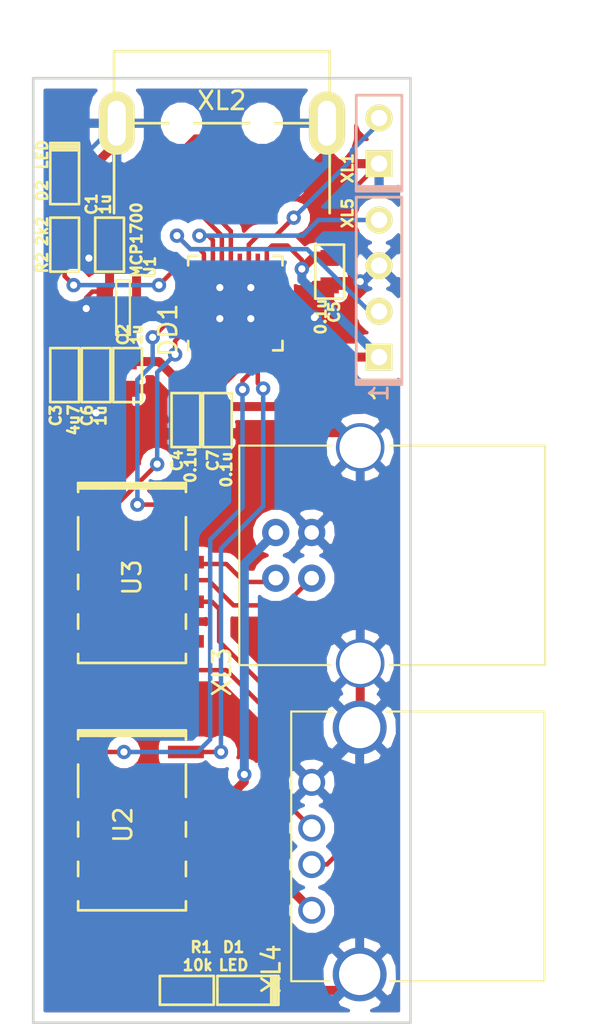
<source format=kicad_pcb>
(kicad_pcb (version 4) (host pcbnew 4.0.2-stable)

  (general
    (links 56)
    (no_connects 0)
    (area 153.000001 47.875 200.725 105.075001)
    (thickness 1.6)
    (drawings 5)
    (tracks 265)
    (zones 0)
    (modules 20)
    (nets 46)
  )

  (page A4)
  (layers
    (0 F.Cu signal)
    (31 B.Cu signal)
    (32 B.Adhes user)
    (33 F.Adhes user)
    (34 B.Paste user)
    (35 F.Paste user)
    (36 B.SilkS user)
    (37 F.SilkS user)
    (38 B.Mask user)
    (39 F.Mask user)
    (40 Dwgs.User user hide)
    (41 Cmts.User user)
    (42 Eco1.User user)
    (43 Eco2.User user)
    (44 Edge.Cuts user)
    (45 Margin user)
    (46 B.CrtYd user)
    (47 F.CrtYd user)
    (48 B.Fab user)
    (49 F.Fab user)
  )

  (setup
    (last_trace_width 0.25)
    (trace_clearance 0.1)
    (zone_clearance 0.5)
    (zone_45_only no)
    (trace_min 0.2)
    (segment_width 0.2)
    (edge_width 0.15)
    (via_size 0.8)
    (via_drill 0.4)
    (via_min_size 0.4)
    (via_min_drill 0.3)
    (uvia_size 0.7)
    (uvia_drill 0.3)
    (uvias_allowed no)
    (uvia_min_size 0.2)
    (uvia_min_drill 0.1)
    (pcb_text_width 0.3)
    (pcb_text_size 1.5 1.5)
    (mod_edge_width 0.15)
    (mod_text_size 1 1)
    (mod_text_width 0.15)
    (pad_size 1.524 1.524)
    (pad_drill 0.762)
    (pad_to_mask_clearance 0.2)
    (aux_axis_origin 0 0)
    (visible_elements 7FFFFFFF)
    (pcbplotparams
      (layerselection 0x010e0_80000001)
      (usegerberextensions false)
      (excludeedgelayer true)
      (linewidth 0.100000)
      (plotframeref false)
      (viasonmask false)
      (mode 1)
      (useauxorigin false)
      (hpglpennumber 1)
      (hpglpenspeed 20)
      (hpglpendiameter 15)
      (hpglpenoverlay 2)
      (psnegative false)
      (psa4output false)
      (plotreference true)
      (plotvalue true)
      (plotinvisibletext false)
      (padsonsilk false)
      (subtractmaskfromsilk false)
      (outputformat 1)
      (mirror false)
      (drillshape 0)
      (scaleselection 1)
      (outputdirectory gerber/))
  )

  (net 0 "")
  (net 1 +5V)
  (net 2 GND)
  (net 3 +3.3V)
  (net 4 "Net-(D1-PadA)")
  (net 5 "Net-(D2-PadA)")
  (net 6 "Net-(DD1-Pad2)")
  (net 7 "Net-(DD1-Pad3)")
  (net 8 "Net-(DD1-Pad4)")
  (net 9 /RELAY_POWER_1)
  (net 10 /RELAY_POWER_2)
  (net 11 /RELAY_DATA_1)
  (net 12 /RELAY_DATA_2)
  (net 13 /POWER_LED)
  (net 14 "Net-(DD1-Pad11)")
  (net 15 "Net-(DD1-Pad12)")
  (net 16 "Net-(DD1-Pad13)")
  (net 17 "Net-(DD1-Pad14)")
  (net 18 "Net-(DD1-Pad15)")
  (net 19 "Net-(DD1-Pad16)")
  (net 20 "Net-(DD1-Pad18)")
  (net 21 /DBG_TX)
  (net 22 "Net-(DD1-Pad20)")
  (net 23 /USB_DM)
  (net 24 /USB_DP)
  (net 25 "Net-(DD1-Pad26)")
  (net 26 "Net-(DD1-Pad27)")
  (net 27 "Net-(DD1-Pad28)")
  (net 28 "Net-(DD1-Pad29)")
  (net 29 /DEVICE_POWER)
  (net 30 "Net-(U2-Pad2)")
  (net 31 "Net-(U2-Pad3)")
  (net 32 "Net-(U2-Pad4)")
  (net 33 "Net-(U2-Pad5)")
  (net 34 /HOST_POWER)
  (net 35 /HOST_DP)
  (net 36 /DEVICE_DP)
  (net 37 "Net-(U3-Pad4)")
  (net 38 "Net-(U3-Pad5)")
  (net 39 /DEVICE_DM)
  (net 40 /HOST_DM)
  (net 41 /SWDIO)
  (net 42 /SWCLK)
  (net 43 "Net-(DD1-Pad8)")
  (net 44 "Net-(DD1-Pad9)")
  (net 45 "Net-(DD1-Pad10)")

  (net_class Default "This is the default net class."
    (clearance 0.1)
    (trace_width 0.25)
    (via_dia 0.8)
    (via_drill 0.4)
    (uvia_dia 0.7)
    (uvia_drill 0.3)
    (add_net /DBG_TX)
    (add_net /DEVICE_DM)
    (add_net /DEVICE_DP)
    (add_net /HOST_DM)
    (add_net /HOST_DP)
    (add_net /POWER_LED)
    (add_net /RELAY_DATA_1)
    (add_net /RELAY_DATA_2)
    (add_net /RELAY_POWER_1)
    (add_net /RELAY_POWER_2)
    (add_net /SWCLK)
    (add_net /SWDIO)
    (add_net /USB_DM)
    (add_net /USB_DP)
    (add_net "Net-(D1-PadA)")
    (add_net "Net-(D2-PadA)")
    (add_net "Net-(DD1-Pad10)")
    (add_net "Net-(DD1-Pad11)")
    (add_net "Net-(DD1-Pad12)")
    (add_net "Net-(DD1-Pad13)")
    (add_net "Net-(DD1-Pad14)")
    (add_net "Net-(DD1-Pad15)")
    (add_net "Net-(DD1-Pad16)")
    (add_net "Net-(DD1-Pad18)")
    (add_net "Net-(DD1-Pad2)")
    (add_net "Net-(DD1-Pad20)")
    (add_net "Net-(DD1-Pad26)")
    (add_net "Net-(DD1-Pad27)")
    (add_net "Net-(DD1-Pad28)")
    (add_net "Net-(DD1-Pad29)")
    (add_net "Net-(DD1-Pad3)")
    (add_net "Net-(DD1-Pad4)")
    (add_net "Net-(DD1-Pad8)")
    (add_net "Net-(DD1-Pad9)")
    (add_net "Net-(U2-Pad2)")
    (add_net "Net-(U2-Pad3)")
    (add_net "Net-(U2-Pad4)")
    (add_net "Net-(U2-Pad5)")
    (add_net "Net-(U3-Pad4)")
    (add_net "Net-(U3-Pad5)")
  )

  (net_class PWR ""
    (clearance 0.2)
    (trace_width 0.5)
    (via_dia 0.8)
    (via_drill 0.4)
    (uvia_dia 0.7)
    (uvia_drill 0.3)
    (add_net +5V)
    (add_net /DEVICE_POWER)
    (add_net /HOST_POWER)
  )

  (net_class "Small PWR" ""
    (clearance 0.2)
    (trace_width 0.25)
    (via_dia 0.8)
    (via_drill 0.4)
    (uvia_dia 0.7)
    (uvia_drill 0.3)
    (add_net +3.3V)
    (add_net GND)
  )

  (module Capacitors:CAP_0603 (layer F.Cu) (tedit 5B55A5C4) (tstamp 5B55DFBB)
    (at 173.5 61.75 270)
    (path /5B5506A3)
    (attr smd)
    (fp_text reference C1 (at -2.25 1 270) (layer F.SilkS)
      (effects (font (size 0.6 0.6) (thickness 0.15)))
    )
    (fp_text value 1u (at -2.25 0.25 270) (layer F.SilkS)
      (effects (font (size 0.6 0.6) (thickness 0.15)))
    )
    (fp_line (start -1.5 0) (end -1.5 -0.8) (layer F.SilkS) (width 0.15))
    (fp_line (start -1.5 -0.8) (end 1.5 -0.8) (layer F.SilkS) (width 0.15))
    (fp_line (start 1.5 -0.8) (end 1.5 0.8) (layer F.SilkS) (width 0.15))
    (fp_line (start 1.5 0.8) (end -1.5 0.8) (layer F.SilkS) (width 0.15))
    (fp_line (start -1.5 0.8) (end -1.5 0) (layer F.SilkS) (width 0.15))
    (pad 1 smd rect (at -0.762 0 270) (size 0.889 1.016) (layers F.Cu F.Paste F.Mask)
      (net 1 +5V))
    (pad 2 smd rect (at 0.762 0 270) (size 0.889 1.016) (layers F.Cu F.Paste F.Mask)
      (net 2 GND))
    (model 3d\c_0603.wrl
      (at (xyz 0 0 0))
      (scale (xyz 1 1 1))
      (rotate (xyz 0 0 0))
    )
  )

  (module Capacitors:CAP_0603 (layer F.Cu) (tedit 5B55A531) (tstamp 5B55DFC6)
    (at 174.5 69 270)
    (path /5B550851)
    (attr smd)
    (fp_text reference C2 (at -2.25 0.25 450) (layer F.SilkS)
      (effects (font (size 0.6 0.6) (thickness 0.15)))
    )
    (fp_text value 1u (at -2.25 -0.5 270) (layer F.SilkS)
      (effects (font (size 0.6 0.6) (thickness 0.15)))
    )
    (fp_line (start -1.5 0) (end -1.5 -0.8) (layer F.SilkS) (width 0.15))
    (fp_line (start -1.5 -0.8) (end 1.5 -0.8) (layer F.SilkS) (width 0.15))
    (fp_line (start 1.5 -0.8) (end 1.5 0.8) (layer F.SilkS) (width 0.15))
    (fp_line (start 1.5 0.8) (end -1.5 0.8) (layer F.SilkS) (width 0.15))
    (fp_line (start -1.5 0.8) (end -1.5 0) (layer F.SilkS) (width 0.15))
    (pad 1 smd rect (at -0.762 0 270) (size 0.889 1.016) (layers F.Cu F.Paste F.Mask)
      (net 3 +3.3V))
    (pad 2 smd rect (at 0.762 0 270) (size 0.889 1.016) (layers F.Cu F.Paste F.Mask)
      (net 2 GND))
    (model 3d\c_0603.wrl
      (at (xyz 0 0 0))
      (scale (xyz 1 1 1))
      (rotate (xyz 0 0 0))
    )
  )

  (module Capacitors:CAP_0603 (layer F.Cu) (tedit 5B55B7A6) (tstamp 5B55DFD1)
    (at 171 69 270)
    (path /5B55C411)
    (attr smd)
    (fp_text reference C3 (at 2.25 0.5 270) (layer F.SilkS)
      (effects (font (size 0.6 0.6) (thickness 0.15)))
    )
    (fp_text value 4u7 (at 2.5 -0.5 270) (layer F.SilkS)
      (effects (font (size 0.6 0.6) (thickness 0.15)))
    )
    (fp_line (start -1.5 0) (end -1.5 -0.8) (layer F.SilkS) (width 0.15))
    (fp_line (start -1.5 -0.8) (end 1.5 -0.8) (layer F.SilkS) (width 0.15))
    (fp_line (start 1.5 -0.8) (end 1.5 0.8) (layer F.SilkS) (width 0.15))
    (fp_line (start 1.5 0.8) (end -1.5 0.8) (layer F.SilkS) (width 0.15))
    (fp_line (start -1.5 0.8) (end -1.5 0) (layer F.SilkS) (width 0.15))
    (pad 1 smd rect (at -0.762 0 270) (size 0.889 1.016) (layers F.Cu F.Paste F.Mask)
      (net 3 +3.3V))
    (pad 2 smd rect (at 0.762 0 270) (size 0.889 1.016) (layers F.Cu F.Paste F.Mask)
      (net 2 GND))
    (model 3d\c_0603.wrl
      (at (xyz 0 0 0))
      (scale (xyz 1 1 1))
      (rotate (xyz 0 0 0))
    )
  )

  (module Capacitors:CAP_0603 (layer F.Cu) (tedit 5B55B6B0) (tstamp 5B55DFDC)
    (at 177.75 71.5 270)
    (path /5B55BC0A)
    (attr smd)
    (fp_text reference C4 (at 2.25 0.5 270) (layer F.SilkS)
      (effects (font (size 0.6 0.6) (thickness 0.15)))
    )
    (fp_text value 0.1u (at 2.5 -0.25 270) (layer F.SilkS)
      (effects (font (size 0.6 0.6) (thickness 0.15)))
    )
    (fp_line (start -1.5 0) (end -1.5 -0.8) (layer F.SilkS) (width 0.15))
    (fp_line (start -1.5 -0.8) (end 1.5 -0.8) (layer F.SilkS) (width 0.15))
    (fp_line (start 1.5 -0.8) (end 1.5 0.8) (layer F.SilkS) (width 0.15))
    (fp_line (start 1.5 0.8) (end -1.5 0.8) (layer F.SilkS) (width 0.15))
    (fp_line (start -1.5 0.8) (end -1.5 0) (layer F.SilkS) (width 0.15))
    (pad 1 smd rect (at -0.762 0 270) (size 0.889 1.016) (layers F.Cu F.Paste F.Mask)
      (net 3 +3.3V))
    (pad 2 smd rect (at 0.762 0 270) (size 0.889 1.016) (layers F.Cu F.Paste F.Mask)
      (net 2 GND))
    (model 3d\c_0603.wrl
      (at (xyz 0 0 0))
      (scale (xyz 1 1 1))
      (rotate (xyz 0 0 0))
    )
  )

  (module Capacitors:CAP_0603 (layer F.Cu) (tedit 5B55A54E) (tstamp 5B55DFE7)
    (at 185.75 63.25 270)
    (path /5B55BA9F)
    (attr smd)
    (fp_text reference C5 (at 2.25 -0.25 270) (layer F.SilkS)
      (effects (font (size 0.6 0.6) (thickness 0.15)))
    )
    (fp_text value 0.1u (at 2.5 0.5 270) (layer F.SilkS)
      (effects (font (size 0.6 0.6) (thickness 0.15)))
    )
    (fp_line (start -1.5 0) (end -1.5 -0.8) (layer F.SilkS) (width 0.15))
    (fp_line (start -1.5 -0.8) (end 1.5 -0.8) (layer F.SilkS) (width 0.15))
    (fp_line (start 1.5 -0.8) (end 1.5 0.8) (layer F.SilkS) (width 0.15))
    (fp_line (start 1.5 0.8) (end -1.5 0.8) (layer F.SilkS) (width 0.15))
    (fp_line (start -1.5 0.8) (end -1.5 0) (layer F.SilkS) (width 0.15))
    (pad 1 smd rect (at -0.762 0 270) (size 0.889 1.016) (layers F.Cu F.Paste F.Mask)
      (net 3 +3.3V))
    (pad 2 smd rect (at 0.762 0 270) (size 0.889 1.016) (layers F.Cu F.Paste F.Mask)
      (net 2 GND))
    (model 3d\c_0603.wrl
      (at (xyz 0 0 0))
      (scale (xyz 1 1 1))
      (rotate (xyz 0 0 0))
    )
  )

  (module Capacitors:CAP_0603 (layer F.Cu) (tedit 5B55B7AA) (tstamp 5B55DFF2)
    (at 172.75 69 270)
    (path /5B55B831)
    (attr smd)
    (fp_text reference C6 (at 2.25 0.5 270) (layer F.SilkS)
      (effects (font (size 0.6 0.6) (thickness 0.15)))
    )
    (fp_text value 1u (at 2.25 -0.25 270) (layer F.SilkS)
      (effects (font (size 0.6 0.6) (thickness 0.15)))
    )
    (fp_line (start -1.5 0) (end -1.5 -0.8) (layer F.SilkS) (width 0.15))
    (fp_line (start -1.5 -0.8) (end 1.5 -0.8) (layer F.SilkS) (width 0.15))
    (fp_line (start 1.5 -0.8) (end 1.5 0.8) (layer F.SilkS) (width 0.15))
    (fp_line (start 1.5 0.8) (end -1.5 0.8) (layer F.SilkS) (width 0.15))
    (fp_line (start -1.5 0.8) (end -1.5 0) (layer F.SilkS) (width 0.15))
    (pad 1 smd rect (at -0.762 0 270) (size 0.889 1.016) (layers F.Cu F.Paste F.Mask)
      (net 3 +3.3V))
    (pad 2 smd rect (at 0.762 0 270) (size 0.889 1.016) (layers F.Cu F.Paste F.Mask)
      (net 2 GND))
    (model 3d\c_0603.wrl
      (at (xyz 0 0 0))
      (scale (xyz 1 1 1))
      (rotate (xyz 0 0 0))
    )
  )

  (module Capacitors:CAP_0603 (layer F.Cu) (tedit 5B55B6BB) (tstamp 5B55DFFD)
    (at 179.5 71.5 270)
    (path /5B55B73F)
    (attr smd)
    (fp_text reference C7 (at 2.25 0.25 270) (layer F.SilkS)
      (effects (font (size 0.6 0.6) (thickness 0.15)))
    )
    (fp_text value 0.1u (at 2.75 -0.5 270) (layer F.SilkS)
      (effects (font (size 0.6 0.6) (thickness 0.15)))
    )
    (fp_line (start -1.5 0) (end -1.5 -0.8) (layer F.SilkS) (width 0.15))
    (fp_line (start -1.5 -0.8) (end 1.5 -0.8) (layer F.SilkS) (width 0.15))
    (fp_line (start 1.5 -0.8) (end 1.5 0.8) (layer F.SilkS) (width 0.15))
    (fp_line (start 1.5 0.8) (end -1.5 0.8) (layer F.SilkS) (width 0.15))
    (fp_line (start -1.5 0.8) (end -1.5 0) (layer F.SilkS) (width 0.15))
    (pad 1 smd rect (at -0.762 0 270) (size 0.889 1.016) (layers F.Cu F.Paste F.Mask)
      (net 3 +3.3V))
    (pad 2 smd rect (at 0.762 0 270) (size 0.889 1.016) (layers F.Cu F.Paste F.Mask)
      (net 2 GND))
    (model 3d\c_0603.wrl
      (at (xyz 0 0 0))
      (scale (xyz 1 1 1))
      (rotate (xyz 0 0 0))
    )
  )

  (module LEDs:LED_0603 (layer F.Cu) (tedit 5B55B89D) (tstamp 5B55E011)
    (at 181 103.2)
    (path /5B553873)
    (attr smd)
    (fp_text reference D1 (at -0.6 -2.4) (layer F.SilkS)
      (effects (font (size 0.6 0.6) (thickness 0.15)))
    )
    (fp_text value LED (at -0.6 -1.4) (layer F.SilkS)
      (effects (font (size 0.6 0.6) (thickness 0.15)))
    )
    (fp_line (start 1.7 -0.8) (end 1.9 -0.8) (layer F.SilkS) (width 0.15))
    (fp_line (start 1.9 -0.8) (end 1.9 0.8) (layer F.SilkS) (width 0.15))
    (fp_line (start 1.9 0.8) (end 1.7 0.8) (layer F.SilkS) (width 0.15))
    (fp_line (start 1.5 -0.8) (end 1.65 -0.8) (layer F.SilkS) (width 0.15))
    (fp_line (start 1.65 -0.8) (end 1.65 0.8) (layer F.SilkS) (width 0.15))
    (fp_line (start 1.65 0.8) (end 1.5 0.8) (layer F.SilkS) (width 0.15))
    (fp_line (start 1.5 0.8) (end 1.75 0.8) (layer F.SilkS) (width 0.15))
    (fp_line (start 1.75 0.8) (end 1.75 -0.8) (layer F.SilkS) (width 0.15))
    (fp_line (start 1.75 -0.8) (end 1.65 -0.8) (layer F.SilkS) (width 0.15))
    (fp_line (start -1.5 0) (end -1.5 -0.8) (layer F.SilkS) (width 0.15))
    (fp_line (start -1.5 -0.8) (end 1.5 -0.8) (layer F.SilkS) (width 0.15))
    (fp_line (start 1.5 -0.8) (end 1.5 0.8) (layer F.SilkS) (width 0.15))
    (fp_line (start 1.5 0.8) (end -1.5 0.8) (layer F.SilkS) (width 0.15))
    (fp_line (start -1.5 0.8) (end -1.5 -0.1) (layer F.SilkS) (width 0.15))
    (pad A smd rect (at -0.762 0) (size 0.889 1.016) (layers F.Cu F.Paste F.Mask)
      (net 4 "Net-(D1-PadA)"))
    (pad C smd rect (at 0.762 0) (size 0.889 1.016) (layers F.Cu F.Paste F.Mask)
      (net 2 GND))
    (model smd/chip_cms.wrl
      (at (xyz 0 0 0))
      (scale (xyz 0.1 0.1 0.1))
      (rotate (xyz 0 0 0))
    )
  )

  (module LEDs:LED_0603 (layer F.Cu) (tedit 5B55A32C) (tstamp 5B55E025)
    (at 171 58 90)
    (path /5B5544B5)
    (attr smd)
    (fp_text reference D2 (at -0.75 -1.25 90) (layer F.SilkS)
      (effects (font (size 0.6 0.6) (thickness 0.15)))
    )
    (fp_text value LED (at 1.25 -1.25 90) (layer F.SilkS)
      (effects (font (size 0.6 0.6) (thickness 0.15)))
    )
    (fp_line (start 1.7 -0.8) (end 1.9 -0.8) (layer F.SilkS) (width 0.15))
    (fp_line (start 1.9 -0.8) (end 1.9 0.8) (layer F.SilkS) (width 0.15))
    (fp_line (start 1.9 0.8) (end 1.7 0.8) (layer F.SilkS) (width 0.15))
    (fp_line (start 1.5 -0.8) (end 1.65 -0.8) (layer F.SilkS) (width 0.15))
    (fp_line (start 1.65 -0.8) (end 1.65 0.8) (layer F.SilkS) (width 0.15))
    (fp_line (start 1.65 0.8) (end 1.5 0.8) (layer F.SilkS) (width 0.15))
    (fp_line (start 1.5 0.8) (end 1.75 0.8) (layer F.SilkS) (width 0.15))
    (fp_line (start 1.75 0.8) (end 1.75 -0.8) (layer F.SilkS) (width 0.15))
    (fp_line (start 1.75 -0.8) (end 1.65 -0.8) (layer F.SilkS) (width 0.15))
    (fp_line (start -1.5 0) (end -1.5 -0.8) (layer F.SilkS) (width 0.15))
    (fp_line (start -1.5 -0.8) (end 1.5 -0.8) (layer F.SilkS) (width 0.15))
    (fp_line (start 1.5 -0.8) (end 1.5 0.8) (layer F.SilkS) (width 0.15))
    (fp_line (start 1.5 0.8) (end -1.5 0.8) (layer F.SilkS) (width 0.15))
    (fp_line (start -1.5 0.8) (end -1.5 -0.1) (layer F.SilkS) (width 0.15))
    (pad A smd rect (at -0.762 0 90) (size 0.889 1.016) (layers F.Cu F.Paste F.Mask)
      (net 5 "Net-(D2-PadA)"))
    (pad C smd rect (at 0.762 0 90) (size 0.889 1.016) (layers F.Cu F.Paste F.Mask)
      (net 2 GND))
    (model smd/chip_cms.wrl
      (at (xyz 0 0 0))
      (scale (xyz 0.1 0.1 0.1))
      (rotate (xyz 0 0 0))
    )
  )

  (module Housings_DFN_QFN:QFN-32-1EP_5x5mm_Pitch0.5mm (layer F.Cu) (tedit 5B55A5CD) (tstamp 5B55E05D)
    (at 180.5 65 90)
    (descr "UH Package; 32-Lead Plastic QFN (5mm x 5mm); (see Linear Technology QFN_32_05-08-1693.pdf)")
    (tags "QFN 0.5")
    (path /5B54ED87)
    (attr smd)
    (fp_text reference DD1 (at -1.5 -3.75 90) (layer F.SilkS)
      (effects (font (size 1 1) (thickness 0.15)))
    )
    (fp_text value STM32F050K4_6 (at 1 -11.25 270) (layer F.Fab)
      (effects (font (size 1 1) (thickness 0.15)))
    )
    (fp_line (start -1.5 -2.5) (end 2.5 -2.5) (layer F.Fab) (width 0.15))
    (fp_line (start 2.5 -2.5) (end 2.5 2.5) (layer F.Fab) (width 0.15))
    (fp_line (start 2.5 2.5) (end -2.5 2.5) (layer F.Fab) (width 0.15))
    (fp_line (start -2.5 2.5) (end -2.5 -1.5) (layer F.Fab) (width 0.15))
    (fp_line (start -2.5 -1.5) (end -1.5 -2.5) (layer F.Fab) (width 0.15))
    (fp_line (start -3 -3) (end -3 3) (layer F.CrtYd) (width 0.05))
    (fp_line (start 3 -3) (end 3 3) (layer F.CrtYd) (width 0.05))
    (fp_line (start -3 -3) (end 3 -3) (layer F.CrtYd) (width 0.05))
    (fp_line (start -3 3) (end 3 3) (layer F.CrtYd) (width 0.05))
    (fp_line (start 2.625 -2.625) (end 2.625 -2.1) (layer F.SilkS) (width 0.15))
    (fp_line (start -2.625 2.625) (end -2.625 2.1) (layer F.SilkS) (width 0.15))
    (fp_line (start 2.625 2.625) (end 2.625 2.1) (layer F.SilkS) (width 0.15))
    (fp_line (start -2.625 -2.625) (end -2.1 -2.625) (layer F.SilkS) (width 0.15))
    (fp_line (start -2.625 2.625) (end -2.1 2.625) (layer F.SilkS) (width 0.15))
    (fp_line (start 2.625 2.625) (end 2.1 2.625) (layer F.SilkS) (width 0.15))
    (fp_line (start 2.625 -2.625) (end 2.1 -2.625) (layer F.SilkS) (width 0.15))
    (pad 1 smd rect (at -2.4 -1.75 90) (size 0.7 0.25) (layers F.Cu F.Paste F.Mask)
      (net 3 +3.3V))
    (pad 2 smd rect (at -2.4 -1.25 90) (size 0.7 0.25) (layers F.Cu F.Paste F.Mask)
      (net 6 "Net-(DD1-Pad2)"))
    (pad 3 smd rect (at -2.4 -0.75 90) (size 0.7 0.25) (layers F.Cu F.Paste F.Mask)
      (net 7 "Net-(DD1-Pad3)"))
    (pad 4 smd rect (at -2.4 -0.25 90) (size 0.7 0.25) (layers F.Cu F.Paste F.Mask)
      (net 8 "Net-(DD1-Pad4)"))
    (pad 5 smd rect (at -2.4 0.25 90) (size 0.7 0.25) (layers F.Cu F.Paste F.Mask)
      (net 3 +3.3V))
    (pad 6 smd rect (at -2.4 0.75 90) (size 0.7 0.25) (layers F.Cu F.Paste F.Mask)
      (net 9 /RELAY_POWER_1))
    (pad 7 smd rect (at -2.4 1.25 90) (size 0.7 0.25) (layers F.Cu F.Paste F.Mask)
      (net 10 /RELAY_POWER_2))
    (pad 8 smd rect (at -2.4 1.75 90) (size 0.7 0.25) (layers F.Cu F.Paste F.Mask)
      (net 43 "Net-(DD1-Pad8)"))
    (pad 9 smd rect (at -1.75 2.4 180) (size 0.7 0.25) (layers F.Cu F.Paste F.Mask)
      (net 44 "Net-(DD1-Pad9)"))
    (pad 10 smd rect (at -1.25 2.4 180) (size 0.7 0.25) (layers F.Cu F.Paste F.Mask)
      (net 45 "Net-(DD1-Pad10)"))
    (pad 11 smd rect (at -0.75 2.4 180) (size 0.7 0.25) (layers F.Cu F.Paste F.Mask)
      (net 14 "Net-(DD1-Pad11)"))
    (pad 12 smd rect (at -0.25 2.4 180) (size 0.7 0.25) (layers F.Cu F.Paste F.Mask)
      (net 15 "Net-(DD1-Pad12)"))
    (pad 13 smd rect (at 0.25 2.4 180) (size 0.7 0.25) (layers F.Cu F.Paste F.Mask)
      (net 16 "Net-(DD1-Pad13)"))
    (pad 14 smd rect (at 0.75 2.4 180) (size 0.7 0.25) (layers F.Cu F.Paste F.Mask)
      (net 17 "Net-(DD1-Pad14)"))
    (pad 15 smd rect (at 1.25 2.4 180) (size 0.7 0.25) (layers F.Cu F.Paste F.Mask)
      (net 18 "Net-(DD1-Pad15)"))
    (pad 16 smd rect (at 1.75 2.4 180) (size 0.7 0.25) (layers F.Cu F.Paste F.Mask)
      (net 19 "Net-(DD1-Pad16)"))
    (pad 17 smd rect (at 2.4 1.75 90) (size 0.7 0.25) (layers F.Cu F.Paste F.Mask)
      (net 3 +3.3V))
    (pad 18 smd rect (at 2.4 1.25 90) (size 0.7 0.25) (layers F.Cu F.Paste F.Mask)
      (net 20 "Net-(DD1-Pad18)"))
    (pad 19 smd rect (at 2.4 0.75 90) (size 0.7 0.25) (layers F.Cu F.Paste F.Mask)
      (net 21 /DBG_TX))
    (pad 20 smd rect (at 2.4 0.25 90) (size 0.7 0.25) (layers F.Cu F.Paste F.Mask)
      (net 22 "Net-(DD1-Pad20)"))
    (pad 21 smd rect (at 2.4 -0.25 90) (size 0.7 0.25) (layers F.Cu F.Paste F.Mask)
      (net 23 /USB_DM))
    (pad 22 smd rect (at 2.4 -0.75 90) (size 0.7 0.25) (layers F.Cu F.Paste F.Mask)
      (net 24 /USB_DP))
    (pad 23 smd rect (at 2.4 -1.25 90) (size 0.7 0.25) (layers F.Cu F.Paste F.Mask)
      (net 41 /SWDIO))
    (pad 24 smd rect (at 2.4 -1.75 90) (size 0.7 0.25) (layers F.Cu F.Paste F.Mask)
      (net 42 /SWCLK))
    (pad 25 smd rect (at 1.75 -2.4 180) (size 0.7 0.25) (layers F.Cu F.Paste F.Mask)
      (net 13 /POWER_LED))
    (pad 26 smd rect (at 1.25 -2.4 180) (size 0.7 0.25) (layers F.Cu F.Paste F.Mask)
      (net 25 "Net-(DD1-Pad26)"))
    (pad 27 smd rect (at 0.75 -2.4 180) (size 0.7 0.25) (layers F.Cu F.Paste F.Mask)
      (net 26 "Net-(DD1-Pad27)"))
    (pad 28 smd rect (at 0.25 -2.4 180) (size 0.7 0.25) (layers F.Cu F.Paste F.Mask)
      (net 27 "Net-(DD1-Pad28)"))
    (pad 29 smd rect (at -0.25 -2.4 180) (size 0.7 0.25) (layers F.Cu F.Paste F.Mask)
      (net 28 "Net-(DD1-Pad29)"))
    (pad 30 smd rect (at -0.75 -2.4 180) (size 0.7 0.25) (layers F.Cu F.Paste F.Mask)
      (net 12 /RELAY_DATA_2))
    (pad 31 smd rect (at -1.25 -2.4 180) (size 0.7 0.25) (layers F.Cu F.Paste F.Mask)
      (net 2 GND))
    (pad 32 smd rect (at -1.75 -2.4 180) (size 0.7 0.25) (layers F.Cu F.Paste F.Mask)
      (net 11 /RELAY_DATA_1))
    (pad 33 smd rect (at 0.8625 0.8625 90) (size 1.725 1.725) (layers F.Cu F.Paste F.Mask)
      (net 2 GND) (solder_paste_margin_ratio -0.2))
    (pad 33 smd rect (at 0.8625 -0.8625 90) (size 1.725 1.725) (layers F.Cu F.Paste F.Mask)
      (net 2 GND) (solder_paste_margin_ratio -0.2))
    (pad 33 smd rect (at -0.8625 0.8625 90) (size 1.725 1.725) (layers F.Cu F.Paste F.Mask)
      (net 2 GND) (solder_paste_margin_ratio -0.2))
    (pad 33 smd rect (at -0.8625 -0.8625 90) (size 1.725 1.725) (layers F.Cu F.Paste F.Mask)
      (net 2 GND) (solder_paste_margin_ratio -0.2))
    (model ${KISYS3DMOD}/Housings_DFN_QFN.3dshapes/QFN-32-1EP_5x5mm_Pitch0.5mm.wrl
      (at (xyz 0 0 0))
      (scale (xyz 1 1 1))
      (rotate (xyz 0 0 0))
    )
  )

  (module Resistors:RES_0603 (layer F.Cu) (tedit 5B55B8A1) (tstamp 5B55E068)
    (at 177.8 103.2 180)
    (path /5B553832)
    (attr smd)
    (fp_text reference R1 (at -0.8 2.4 180) (layer F.SilkS)
      (effects (font (size 0.6 0.6) (thickness 0.15)))
    )
    (fp_text value 10k (at -0.6 1.4 180) (layer F.SilkS)
      (effects (font (size 0.6 0.6) (thickness 0.15)))
    )
    (fp_line (start -1.5 0) (end -1.5 -0.8) (layer F.SilkS) (width 0.15))
    (fp_line (start -1.5 -0.8) (end 1.5 -0.8) (layer F.SilkS) (width 0.15))
    (fp_line (start 1.5 -0.8) (end 1.5 0.8) (layer F.SilkS) (width 0.15))
    (fp_line (start 1.5 0.8) (end -1.5 0.8) (layer F.SilkS) (width 0.15))
    (fp_line (start -1.5 0.8) (end -1.5 0) (layer F.SilkS) (width 0.15))
    (pad 1 smd rect (at -0.75 0 180) (size 0.9 1) (layers F.Cu F.Paste F.Mask)
      (net 4 "Net-(D1-PadA)"))
    (pad 2 smd rect (at 0.75 0 180) (size 0.9 1) (layers F.Cu F.Paste F.Mask)
      (net 29 /DEVICE_POWER))
    (model 3d\r_0603.wrl
      (at (xyz 0 0 0))
      (scale (xyz 1 1 1))
      (rotate (xyz 0 0 0))
    )
  )

  (module Resistors:RES_0603 (layer F.Cu) (tedit 5B55A328) (tstamp 5B55E073)
    (at 171 61.75 270)
    (path /5B554472)
    (attr smd)
    (fp_text reference R2 (at 1 1.25 270) (layer F.SilkS)
      (effects (font (size 0.6 0.6) (thickness 0.15)))
    )
    (fp_text value 2k2 (at -0.75 1.25 270) (layer F.SilkS)
      (effects (font (size 0.6 0.6) (thickness 0.15)))
    )
    (fp_line (start -1.5 0) (end -1.5 -0.8) (layer F.SilkS) (width 0.15))
    (fp_line (start -1.5 -0.8) (end 1.5 -0.8) (layer F.SilkS) (width 0.15))
    (fp_line (start 1.5 -0.8) (end 1.5 0.8) (layer F.SilkS) (width 0.15))
    (fp_line (start 1.5 0.8) (end -1.5 0.8) (layer F.SilkS) (width 0.15))
    (fp_line (start -1.5 0.8) (end -1.5 0) (layer F.SilkS) (width 0.15))
    (pad 1 smd rect (at -0.75 0 270) (size 0.9 1) (layers F.Cu F.Paste F.Mask)
      (net 5 "Net-(D2-PadA)"))
    (pad 2 smd rect (at 0.75 0 270) (size 0.9 1) (layers F.Cu F.Paste F.Mask)
      (net 13 /POWER_LED))
    (model 3d\r_0603.wrl
      (at (xyz 0 0 0))
      (scale (xyz 1 1 1))
      (rotate (xyz 0 0 0))
    )
  )

  (module SOT:SOT23-3 (layer F.Cu) (tedit 5B55A5CB) (tstamp 5B55E07E)
    (at 174.25 65.25 90)
    (descr "Module SOT23")
    (path /5B550546)
    (attr smd)
    (fp_text reference U1 (at 2.25 1.5 90) (layer F.SilkS)
      (effects (font (size 0.6 0.6) (thickness 0.15)))
    )
    (fp_text value MCP1700 (at 3.75 0.75 90) (layer F.SilkS)
      (effects (font (size 0.59944 0.59944) (thickness 0.14986)))
    )
    (fp_line (start -1.524 -0.381) (end 1.524 -0.381) (layer F.SilkS) (width 0.127))
    (fp_line (start 1.524 -0.381) (end 1.524 0.381) (layer F.SilkS) (width 0.127))
    (fp_line (start 1.524 0.381) (end -1.524 0.381) (layer F.SilkS) (width 0.127))
    (fp_line (start -1.524 0.381) (end -1.524 -0.381) (layer F.SilkS) (width 0.127))
    (pad 2 smd rect (at -0.889 -1.016 90) (size 0.9144 0.9144) (layers F.Cu F.Paste F.Mask)
      (net 3 +3.3V))
    (pad 1 smd rect (at 0.889 -1.016 90) (size 0.9144 0.9144) (layers F.Cu F.Paste F.Mask)
      (net 2 GND))
    (pad 3 smd rect (at 0 1.016 90) (size 0.9144 0.9144) (layers F.Cu F.Paste F.Mask)
      (net 1 +5V))
    (model sot23-3.wrl
      (at (xyz 0 0 0))
      (scale (xyz 1 1 1))
      (rotate (xyz 0 0 180))
    )
  )

  (module Installation:IM41_SMT_GULL_WINGS (layer F.Cu) (tedit 5B55A6F7) (tstamp 5B55E0AA)
    (at 174.75 93.75 270)
    (path /5B54FC74)
    (fp_text reference U2 (at 0.25 0.5 270) (layer F.SilkS)
      (effects (font (size 1 1) (thickness 0.15)))
    )
    (fp_text value IM41_3VDC (at 0 6.5 270) (layer F.Fab)
      (effects (font (size 1 1) (thickness 0.15)))
    )
    (fp_line (start -4.9 1.7) (end -4.8 1.7) (layer F.SilkS) (width 0.15))
    (fp_line (start -4.8 1.7) (end -4.7 1.5) (layer F.SilkS) (width 0.15))
    (fp_line (start -4.7 1.5) (end -4.7 1.8) (layer F.SilkS) (width 0.15))
    (fp_line (start -4.9 1.7) (end -4.9 2.9) (layer F.SilkS) (width 0.15))
    (fp_line (start -4.9 2.9) (end -4.8 2.9) (layer F.SilkS) (width 0.15))
    (fp_line (start -4.8 2.9) (end -4.8 1.8) (layer F.SilkS) (width 0.15))
    (fp_line (start -4.8 1.8) (end -4.7 1.8) (layer F.SilkS) (width 0.15))
    (fp_line (start -4.7 1.8) (end -4.7 2.9) (layer F.SilkS) (width 0.15))
    (fp_line (start -4.7 -3) (end -4.7 -1.8) (layer F.SilkS) (width 0.15))
    (fp_line (start -4.7 -1.8) (end -4.8 -1.8) (layer F.SilkS) (width 0.15))
    (fp_line (start -4.8 -1.8) (end -4.8 -2.9) (layer F.SilkS) (width 0.15))
    (fp_line (start -4.8 -2.9) (end -4.9 -2.9) (layer F.SilkS) (width 0.15))
    (fp_line (start -4.9 -2.9) (end -4.9 -1.7) (layer F.SilkS) (width 0.15))
    (fp_line (start -5 -1.7) (end -4.8 -1.7) (layer F.SilkS) (width 0.15))
    (fp_line (start -4.9 -1.6) (end -4.9 1.6) (layer F.SilkS) (width 0.15))
    (fp_line (start -4.9 1.6) (end -4.8 1.6) (layer F.SilkS) (width 0.15))
    (fp_line (start -4.8 1.6) (end -4.8 -1.7) (layer F.SilkS) (width 0.15))
    (fp_line (start -4.7 1.7) (end -4.7 -1.7) (layer F.SilkS) (width 0.15))
    (fp_line (start 4.5 3) (end 5 3) (layer F.SilkS) (width 0.15))
    (fp_line (start 2.3 3) (end 3.1 3) (layer F.SilkS) (width 0.15))
    (fp_line (start 0.1 3) (end 0.9 3) (layer F.SilkS) (width 0.15))
    (fp_line (start 4.5 -3) (end 5 -3) (layer F.SilkS) (width 0.15))
    (fp_line (start 2.3 -3) (end 3.1 -3) (layer F.SilkS) (width 0.15))
    (fp_line (start 0.1 -3) (end 0.2 -3) (layer F.SilkS) (width 0.15))
    (fp_line (start 0.9 -3) (end 0.2 -3) (layer F.SilkS) (width 0.15))
    (fp_line (start -3.1 3) (end -1.3 3) (layer F.SilkS) (width 0.15))
    (fp_line (start -3.1 -3) (end -1.3 -3) (layer F.SilkS) (width 0.15))
    (fp_line (start -4.5 3) (end -5 3) (layer F.SilkS) (width 0.15))
    (fp_line (start -5 -3) (end -4.5 -3) (layer F.SilkS) (width 0.15))
    (fp_line (start -5 3) (end -5 0) (layer F.SilkS) (width 0.15))
    (fp_line (start -5 0) (end -5 -3) (layer F.SilkS) (width 0.15))
    (fp_line (start 5 -3) (end 5 3) (layer F.SilkS) (width 0.15))
    (pad 1 smd rect (at -3.8 3 270) (size 0.7 2) (layers F.Cu F.Paste F.Mask)
      (net 9 /RELAY_POWER_1))
    (pad 2 smd rect (at -0.6 3 270) (size 0.7 2) (layers F.Cu F.Paste F.Mask)
      (net 30 "Net-(U2-Pad2)"))
    (pad 3 smd rect (at 1.6 3 270) (size 0.7 2) (layers F.Cu F.Paste F.Mask)
      (net 31 "Net-(U2-Pad3)"))
    (pad 4 smd rect (at 3.8 3 270) (size 0.7 2) (layers F.Cu F.Paste F.Mask)
      (net 32 "Net-(U2-Pad4)"))
    (pad 5 smd rect (at 3.8 -3 270) (size 0.7 2) (layers F.Cu F.Paste F.Mask)
      (net 33 "Net-(U2-Pad5)"))
    (pad 6 smd rect (at 1.6 -3 270) (size 0.7 2) (layers F.Cu F.Paste F.Mask)
      (net 29 /DEVICE_POWER))
    (pad 7 smd rect (at -0.6 -3 270) (size 0.7 2) (layers F.Cu F.Paste F.Mask)
      (net 34 /HOST_POWER))
    (pad 8 smd rect (at -3.8 -3 270) (size 0.7 2) (layers F.Cu F.Paste F.Mask)
      (net 10 /RELAY_POWER_2))
  )

  (module Installation:IM41_SMT_GULL_WINGS (layer F.Cu) (tedit 5B55A6F5) (tstamp 5B55E0D6)
    (at 174.75 80 270)
    (path /5B54FBF7)
    (fp_text reference U3 (at 0.25 0 270) (layer F.SilkS)
      (effects (font (size 1 1) (thickness 0.15)))
    )
    (fp_text value IM41_3VDC (at 0 6.5 270) (layer F.Fab)
      (effects (font (size 1 1) (thickness 0.15)))
    )
    (fp_line (start -4.9 1.7) (end -4.8 1.7) (layer F.SilkS) (width 0.15))
    (fp_line (start -4.8 1.7) (end -4.7 1.5) (layer F.SilkS) (width 0.15))
    (fp_line (start -4.7 1.5) (end -4.7 1.8) (layer F.SilkS) (width 0.15))
    (fp_line (start -4.9 1.7) (end -4.9 2.9) (layer F.SilkS) (width 0.15))
    (fp_line (start -4.9 2.9) (end -4.8 2.9) (layer F.SilkS) (width 0.15))
    (fp_line (start -4.8 2.9) (end -4.8 1.8) (layer F.SilkS) (width 0.15))
    (fp_line (start -4.8 1.8) (end -4.7 1.8) (layer F.SilkS) (width 0.15))
    (fp_line (start -4.7 1.8) (end -4.7 2.9) (layer F.SilkS) (width 0.15))
    (fp_line (start -4.7 -3) (end -4.7 -1.8) (layer F.SilkS) (width 0.15))
    (fp_line (start -4.7 -1.8) (end -4.8 -1.8) (layer F.SilkS) (width 0.15))
    (fp_line (start -4.8 -1.8) (end -4.8 -2.9) (layer F.SilkS) (width 0.15))
    (fp_line (start -4.8 -2.9) (end -4.9 -2.9) (layer F.SilkS) (width 0.15))
    (fp_line (start -4.9 -2.9) (end -4.9 -1.7) (layer F.SilkS) (width 0.15))
    (fp_line (start -5 -1.7) (end -4.8 -1.7) (layer F.SilkS) (width 0.15))
    (fp_line (start -4.9 -1.6) (end -4.9 1.6) (layer F.SilkS) (width 0.15))
    (fp_line (start -4.9 1.6) (end -4.8 1.6) (layer F.SilkS) (width 0.15))
    (fp_line (start -4.8 1.6) (end -4.8 -1.7) (layer F.SilkS) (width 0.15))
    (fp_line (start -4.7 1.7) (end -4.7 -1.7) (layer F.SilkS) (width 0.15))
    (fp_line (start 4.5 3) (end 5 3) (layer F.SilkS) (width 0.15))
    (fp_line (start 2.3 3) (end 3.1 3) (layer F.SilkS) (width 0.15))
    (fp_line (start 0.1 3) (end 0.9 3) (layer F.SilkS) (width 0.15))
    (fp_line (start 4.5 -3) (end 5 -3) (layer F.SilkS) (width 0.15))
    (fp_line (start 2.3 -3) (end 3.1 -3) (layer F.SilkS) (width 0.15))
    (fp_line (start 0.1 -3) (end 0.2 -3) (layer F.SilkS) (width 0.15))
    (fp_line (start 0.9 -3) (end 0.2 -3) (layer F.SilkS) (width 0.15))
    (fp_line (start -3.1 3) (end -1.3 3) (layer F.SilkS) (width 0.15))
    (fp_line (start -3.1 -3) (end -1.3 -3) (layer F.SilkS) (width 0.15))
    (fp_line (start -4.5 3) (end -5 3) (layer F.SilkS) (width 0.15))
    (fp_line (start -5 -3) (end -4.5 -3) (layer F.SilkS) (width 0.15))
    (fp_line (start -5 3) (end -5 0) (layer F.SilkS) (width 0.15))
    (fp_line (start -5 0) (end -5 -3) (layer F.SilkS) (width 0.15))
    (fp_line (start 5 -3) (end 5 3) (layer F.SilkS) (width 0.15))
    (pad 1 smd rect (at -3.8 3 270) (size 0.7 2) (layers F.Cu F.Paste F.Mask)
      (net 11 /RELAY_DATA_1))
    (pad 2 smd rect (at -0.6 3 270) (size 0.7 2) (layers F.Cu F.Paste F.Mask)
      (net 35 /HOST_DP))
    (pad 3 smd rect (at 1.6 3 270) (size 0.7 2) (layers F.Cu F.Paste F.Mask)
      (net 36 /DEVICE_DP))
    (pad 4 smd rect (at 3.8 3 270) (size 0.7 2) (layers F.Cu F.Paste F.Mask)
      (net 37 "Net-(U3-Pad4)"))
    (pad 5 smd rect (at 3.8 -3 270) (size 0.7 2) (layers F.Cu F.Paste F.Mask)
      (net 38 "Net-(U3-Pad5)"))
    (pad 6 smd rect (at 1.6 -3 270) (size 0.7 2) (layers F.Cu F.Paste F.Mask)
      (net 39 /DEVICE_DM))
    (pad 7 smd rect (at -0.6 -3 270) (size 0.7 2) (layers F.Cu F.Paste F.Mask)
      (net 40 /HOST_DM))
    (pad 8 smd rect (at -3.8 -3 270) (size 0.7 2) (layers F.Cu F.Paste F.Mask)
      (net 12 /RELAY_DATA_2))
  )

  (module Connectors:PLS-2 (layer F.Cu) (tedit 5B55A567) (tstamp 5B55E0ED)
    (at 188.5 57.25 90)
    (descr "Single-line connector 2-pin")
    (path /5B554A19)
    (fp_text reference XL1 (at -0.25 -1.75 270) (layer F.SilkS)
      (effects (font (size 0.6 0.6) (thickness 0.15)))
    )
    (fp_text value CONN_2 (at 3.048 -1.778 90) (layer F.SilkS) hide
      (effects (font (size 0.635 0.635) (thickness 0.16002)))
    )
    (fp_line (start -1.524 -1.27) (end 3.81 -1.27) (layer B.SilkS) (width 0.15))
    (fp_line (start 3.81 -1.27) (end 3.81 1.27) (layer B.SilkS) (width 0.15))
    (fp_line (start 3.81 1.27) (end -1.524 1.27) (layer B.SilkS) (width 0.15))
    (fp_line (start -1.524 1.27) (end -1.524 -1.27) (layer B.SilkS) (width 0.15))
    (fp_line (start -1.524 -1.27) (end -1.397 -1.27) (layer B.SilkS) (width 0.15))
    (fp_line (start -1.397 -1.27) (end -1.397 1.27) (layer B.SilkS) (width 0.15))
    (fp_line (start -1.397 1.27) (end -1.27 1.27) (layer B.SilkS) (width 0.15))
    (fp_line (start -1.27 1.27) (end -1.27 -1.27) (layer B.SilkS) (width 0.15))
    (fp_line (start 3.81 1.27) (end -1.27 1.27) (layer F.SilkS) (width 0.15))
    (fp_line (start 3.81 -1.27) (end -1.27 -1.27) (layer F.SilkS) (width 0.15))
    (fp_line (start -1.397 1.27) (end -1.27 1.27) (layer F.SilkS) (width 0.15))
    (fp_line (start -1.27 -1.27) (end -1.524 -1.27) (layer F.SilkS) (width 0.15))
    (fp_line (start -1.524 -1.27) (end -1.524 1.27) (layer F.SilkS) (width 0.15))
    (fp_line (start -1.524 1.27) (end -1.397 1.27) (layer F.SilkS) (width 0.15))
    (fp_line (start -1.397 1.27) (end -1.397 -1.143) (layer F.SilkS) (width 0.15))
    (fp_line (start 3.81 -1.27) (end 3.81 1.27) (layer F.SilkS) (width 0.15))
    (fp_line (start -1.27 1.27) (end -1.27 -1.27) (layer F.SilkS) (width 0.15))
    (pad 1 thru_hole rect (at 0 0 90) (size 1.5 1.5) (drill 0.9) (layers *.Cu *.Mask F.SilkS)
      (net 2 GND))
    (pad 2 thru_hole circle (at 2.54 0 90) (size 1.5 1.5) (drill 0.9) (layers *.Cu *.Mask F.SilkS)
      (net 21 /DBG_TX))
  )

  (module Connect:USB_B (layer F.Cu) (tedit 5B55A6FA) (tstamp 5B55E11A)
    (at 182.75 77.75)
    (descr "USB B connector")
    (tags "USB_B USB_DEV")
    (path /5B54F1DB)
    (fp_text reference XL3 (at -3 7.75 90) (layer F.SilkS)
      (effects (font (size 1 1) (thickness 0.15)))
    )
    (fp_text value USB_A (at 17 1 90) (layer F.Fab)
      (effects (font (size 1 1) (thickness 0.15)))
    )
    (fp_line (start 15.25 8.9) (end -2.3 8.9) (layer F.CrtYd) (width 0.05))
    (fp_line (start -2.3 8.9) (end -2.3 -6.35) (layer F.CrtYd) (width 0.05))
    (fp_line (start -2.3 -6.35) (end 15.25 -6.35) (layer F.CrtYd) (width 0.05))
    (fp_line (start 15.25 -6.35) (end 15.25 8.9) (layer F.CrtYd) (width 0.05))
    (fp_line (start 6.35 7.37) (end 14.99 7.37) (layer F.SilkS) (width 0.12))
    (fp_line (start -2.03 7.37) (end 3.05 7.37) (layer F.SilkS) (width 0.12))
    (fp_line (start 6.35 -4.83) (end 14.99 -4.83) (layer F.SilkS) (width 0.12))
    (fp_line (start -2.03 -4.83) (end 3.05 -4.83) (layer F.SilkS) (width 0.12))
    (fp_line (start 14.99 -4.83) (end 14.99 7.37) (layer F.SilkS) (width 0.12))
    (fp_line (start -2.03 7.37) (end -2.03 -4.83) (layer F.SilkS) (width 0.12))
    (pad 2 thru_hole circle (at 0 2.54 270) (size 1.52 1.52) (drill 0.81) (layers *.Cu *.Mask)
      (net 40 /HOST_DM))
    (pad 1 thru_hole circle (at 0 0 270) (size 1.52 1.52) (drill 0.81) (layers *.Cu *.Mask)
      (net 34 /HOST_POWER))
    (pad 4 thru_hole circle (at 2 0 270) (size 1.52 1.52) (drill 0.81) (layers *.Cu *.Mask)
      (net 2 GND))
    (pad 3 thru_hole circle (at 2 2.54 270) (size 1.52 1.52) (drill 0.81) (layers *.Cu *.Mask)
      (net 35 /HOST_DP))
    (pad 5 thru_hole circle (at 4.7 7.27 270) (size 2.7 2.7) (drill 2.3) (layers *.Cu *.Mask)
      (net 2 GND))
    (pad 5 thru_hole circle (at 4.7 -4.73 270) (size 2.7 2.7) (drill 2.3) (layers *.Cu *.Mask)
      (net 2 GND))
    (model ${KISYS3DMOD}/Connectors.3dshapes/USB_B.wrl
      (at (xyz 0.18 -0.05 0))
      (scale (xyz 0.39 0.39 0.39))
      (rotate (xyz 0 0 -90))
    )
  )

  (module Connect:USB_A (layer F.Cu) (tedit 5B55A6FC) (tstamp 5B55E12E)
    (at 184.75 98.75 90)
    (descr "USB A connector")
    (tags "USB USB_A")
    (path /5B54F230)
    (fp_text reference XL4 (at -3.25 -2.25 90) (layer F.SilkS)
      (effects (font (size 1 1) (thickness 0.15)))
    )
    (fp_text value USB_B (at 3.5 14.75 90) (layer F.Fab)
      (effects (font (size 1 1) (thickness 0.15)))
    )
    (fp_line (start -5.3 13.2) (end -5.3 -1.4) (layer F.CrtYd) (width 0.05))
    (fp_line (start 11.95 -1.4) (end 11.95 13.2) (layer F.CrtYd) (width 0.05))
    (fp_line (start -5.3 13.2) (end 11.95 13.2) (layer F.CrtYd) (width 0.05))
    (fp_line (start -5.3 -1.4) (end 11.95 -1.4) (layer F.CrtYd) (width 0.05))
    (fp_line (start 11.05 -1.14) (end 11.05 1.19) (layer F.SilkS) (width 0.12))
    (fp_line (start -3.94 -1.14) (end -3.94 0.98) (layer F.SilkS) (width 0.12))
    (fp_line (start 11.05 -1.14) (end -3.94 -1.14) (layer F.SilkS) (width 0.12))
    (fp_line (start 11.05 12.95) (end -3.94 12.95) (layer F.SilkS) (width 0.12))
    (fp_line (start 11.05 4.15) (end 11.05 12.95) (layer F.SilkS) (width 0.12))
    (fp_line (start -3.94 4.35) (end -3.94 12.95) (layer F.SilkS) (width 0.12))
    (pad 4 thru_hole circle (at 7.11 0) (size 1.5 1.5) (drill 1) (layers *.Cu *.Mask)
      (net 2 GND))
    (pad 3 thru_hole circle (at 4.57 0) (size 1.5 1.5) (drill 1) (layers *.Cu *.Mask)
      (net 36 /DEVICE_DP))
    (pad 2 thru_hole circle (at 2.54 0) (size 1.5 1.5) (drill 1) (layers *.Cu *.Mask)
      (net 39 /DEVICE_DM))
    (pad 1 thru_hole circle (at 0 0) (size 1.5 1.5) (drill 1) (layers *.Cu *.Mask)
      (net 29 /DEVICE_POWER))
    (pad 5 thru_hole circle (at 10.16 2.67) (size 3 3) (drill 2.3) (layers *.Cu *.Mask)
      (net 2 GND))
    (pad 5 thru_hole circle (at -3.56 2.67) (size 3 3) (drill 2.3) (layers *.Cu *.Mask)
      (net 2 GND))
    (model ${KISYS3DMOD}/Connectors.3dshapes/USB_A.wrl
      (at (xyz 0.14 0 0))
      (scale (xyz 1 1 1))
      (rotate (xyz 0 0 90))
    )
  )

  (module Connectors:USB_A_Type2_PCB (layer F.Cu) (tedit 5B55A70A) (tstamp 5B5607EC)
    (at 179.75 55)
    (descr SHLD)
    (path /5B560D76)
    (fp_text reference XL2 (at 0 -1.25) (layer F.SilkS)
      (effects (font (size 1 1) (thickness 0.15)))
    )
    (fp_text value USB_A (at 0 -6) (layer F.Fab)
      (effects (font (size 1 1) (thickness 0.15)))
    )
    (fp_line (start 6 0) (end 6 5) (layer F.SilkS) (width 0.15))
    (fp_line (start -6 0) (end -6 5) (layer F.SilkS) (width 0.15))
    (fp_line (start 0 -4) (end 6 -4) (layer F.SilkS) (width 0.15))
    (fp_line (start 6 -4) (end 6 0) (layer F.SilkS) (width 0.15))
    (fp_line (start 0 -4) (end -6 -4) (layer F.SilkS) (width 0.15))
    (fp_line (start -6 -4) (end -6 0) (layer F.SilkS) (width 0.15))
    (fp_line (start 0 0) (end 6 0) (layer F.SilkS) (width 0.15))
    (fp_line (start 0 0) (end -6 0) (layer F.SilkS) (width 0.15))
    (pad 1 smd rect (at -3.5 2.6) (size 1.2 2) (layers F.Cu F.Paste F.Mask)
      (net 1 +5V))
    (pad 2 smd rect (at -1 2.6) (size 1.2 2) (layers F.Cu F.Paste F.Mask)
      (net 23 /USB_DM))
    (pad 3 smd rect (at 1 2.6) (size 1.2 2) (layers F.Cu F.Paste F.Mask)
      (net 24 /USB_DP))
    (pad 4 smd rect (at 3.5 2.6) (size 1.2 2) (layers F.Cu F.Paste F.Mask)
      (net 2 GND))
    (pad "" np_thru_hole circle (at -2.25 0) (size 1.3 1.3) (drill 1.3) (layers *.Cu *.Mask F.SilkS))
    (pad "" np_thru_hole circle (at 2.25 0) (size 1.3 1.3) (drill 1.3) (layers *.Cu *.Mask F.SilkS))
    (pad 5 thru_hole oval (at 5.85 0) (size 2 3.5) (drill oval 1 2.5) (layers *.Cu *.Mask F.SilkS)
      (net 2 GND))
    (pad 5 thru_hole oval (at -5.85 0) (size 2 3.5) (drill oval 1 2.5) (layers *.Cu *.Mask F.SilkS)
      (net 2 GND))
  )

  (module Connectors:PLS-4 (layer F.Cu) (tedit 5B55A706) (tstamp 5B5615FB)
    (at 188.5 68 90)
    (descr "Single-line connector 4-pin")
    (path /5B561792)
    (fp_text reference XL5 (at 8 -1.75 90) (layer F.SilkS)
      (effects (font (size 0.6 0.6) (thickness 0.15)))
    )
    (fp_text value ST_SWD (at 7.40918 -1.84912 90) (layer F.SilkS) hide
      (effects (font (size 0.635 0.635) (thickness 0.16002)))
    )
    (fp_text user 1 (at -2 0 90) (layer B.SilkS)
      (effects (font (size 1 1) (thickness 0.15)) (justify mirror))
    )
    (fp_text user 1 (at -2 0 90) (layer F.SilkS)
      (effects (font (size 1 1) (thickness 0.15)))
    )
    (fp_line (start -1.524 -1.27) (end 8.89 -1.27) (layer B.SilkS) (width 0.15))
    (fp_line (start 8.89 -1.27) (end 8.89 1.27) (layer B.SilkS) (width 0.15))
    (fp_line (start 8.89 1.27) (end -1.524 1.27) (layer B.SilkS) (width 0.15))
    (fp_line (start -1.524 1.27) (end -1.524 -1.27) (layer B.SilkS) (width 0.15))
    (fp_line (start -1.524 -1.27) (end -1.397 -1.27) (layer B.SilkS) (width 0.15))
    (fp_line (start -1.397 -1.27) (end -1.397 1.27) (layer B.SilkS) (width 0.15))
    (fp_line (start -1.397 1.27) (end -1.27 1.27) (layer B.SilkS) (width 0.15))
    (fp_line (start -1.27 1.27) (end -1.27 -1.27) (layer B.SilkS) (width 0.15))
    (fp_line (start -1.27 1.27) (end -1.524 1.27) (layer F.SilkS) (width 0.15))
    (fp_line (start -1.524 1.27) (end -1.524 -1.27) (layer F.SilkS) (width 0.15))
    (fp_line (start -1.524 -1.27) (end -1.27 -1.27) (layer F.SilkS) (width 0.15))
    (fp_line (start -1.27 -1.27) (end -1.397 -1.27) (layer F.SilkS) (width 0.15))
    (fp_line (start -1.397 -1.27) (end -1.397 1.27) (layer F.SilkS) (width 0.15))
    (fp_line (start -1.27 -1.27) (end 8.89 -1.27) (layer F.SilkS) (width 0.15))
    (fp_line (start 8.89 -1.27) (end 8.89 1.27) (layer F.SilkS) (width 0.15))
    (fp_line (start 8.89 1.27) (end -1.27 1.27) (layer F.SilkS) (width 0.15))
    (fp_line (start -1.27 1.27) (end -1.27 -1.27) (layer F.SilkS) (width 0.15))
    (pad 1 thru_hole rect (at 0 0 90) (size 1.5 1.5) (drill 0.9) (layers *.Cu *.Mask F.SilkS)
      (net 3 +3.3V))
    (pad 2 thru_hole circle (at 2.54 0 90) (size 1.5 1.5) (drill 0.9) (layers *.Cu *.Mask F.SilkS)
      (net 42 /SWCLK))
    (pad 3 thru_hole circle (at 5.08 0 90) (size 1.5 1.5) (drill 0.9) (layers *.Cu *.Mask F.SilkS)
      (net 2 GND))
    (pad 4 thru_hole circle (at 7.62 0 90) (size 1.5 1.5) (drill 0.9) (layers *.Cu *.Mask F.SilkS)
      (net 41 /SWDIO))
  )

  (gr_line (start 169.25 105) (end 169.25 52.5) (angle 90) (layer Edge.Cuts) (width 0.15))
  (gr_line (start 190.25 105) (end 169.25 105) (angle 90) (layer Edge.Cuts) (width 0.15))
  (gr_line (start 190.25 52.5) (end 190.25 105) (angle 90) (layer Edge.Cuts) (width 0.15))
  (dimension 52.5 (width 0.3) (layer Dwgs.User)
    (gr_text "52,500 mm" (at 159.65 78.75 270) (layer Dwgs.User)
      (effects (font (size 1.5 1.5) (thickness 0.3)))
    )
    (feature1 (pts (xy 190.25 105) (xy 158.3 105)))
    (feature2 (pts (xy 190.25 52.5) (xy 158.3 52.5)))
    (crossbar (pts (xy 161 52.5) (xy 161 105)))
    (arrow1a (pts (xy 161 105) (xy 160.413579 103.873496)))
    (arrow1b (pts (xy 161 105) (xy 161.586421 103.873496)))
    (arrow2a (pts (xy 161 52.5) (xy 160.413579 53.626504)))
    (arrow2b (pts (xy 161 52.5) (xy 161.586421 53.626504)))
  )
  (gr_line (start 190.25 52.5) (end 169.25 52.5) (angle 90) (layer Edge.Cuts) (width 0.15))

  (segment (start 175.266 65.25) (end 175 64.984) (width 0.5) (layer F.Cu) (net 1))
  (segment (start 175 64.984) (end 175 60.988) (width 0.5) (layer F.Cu) (net 1) (tstamp 5B56315E))
  (segment (start 173.5 60.988) (end 175 60.988) (width 0.5) (layer F.Cu) (net 1))
  (segment (start 175 60.988) (end 175.262 60.988) (width 0.5) (layer F.Cu) (net 1) (tstamp 5B563161))
  (segment (start 176.25 60) (end 176.25 57.6) (width 0.5) (layer F.Cu) (net 1) (tstamp 5B562F61))
  (segment (start 175.262 60.988) (end 176.25 60) (width 0.5) (layer F.Cu) (net 1) (tstamp 5B562F60))
  (segment (start 172.2 66.35) (end 172.75 66.9) (width 0.25) (layer B.Cu) (net 2))
  (segment (start 172.2 65.3) (end 172.2 66.35) (width 0.25) (layer B.Cu) (net 2))
  (segment (start 172.75 71.1) (end 172.75 69.762) (width 0.25) (layer F.Cu) (net 2) (tstamp 5B5633FA) (status 800000))
  (via (at 172.75 71.1) (size 0.8) (drill 0.4) (layers F.Cu B.Cu) (net 2))
  (segment (start 172.75 66.9) (end 172.75 71.1) (width 0.25) (layer B.Cu) (net 2) (tstamp 5B5633F7))
  (segment (start 173.5 62.512) (end 173.488 62.5) (width 0.25) (layer F.Cu) (net 2))
  (segment (start 173.488 62.5) (end 172.35 62.5) (width 0.25) (layer F.Cu) (net 2) (tstamp 5B5633E6))
  (segment (start 172.35 56.55) (end 173.9 55) (width 0.25) (layer B.Cu) (net 2) (tstamp 5B5633EA))
  (segment (start 172.35 62.5) (end 172.35 56.55) (width 0.25) (layer B.Cu) (net 2) (tstamp 5B5633E9))
  (via (at 172.35 62.5) (size 0.8) (drill 0.4) (layers F.Cu B.Cu) (net 2))
  (segment (start 181.3625 64.1375) (end 181.3625 65.8625) (width 0.25) (layer B.Cu) (net 2))
  (segment (start 184.8375 65.8625) (end 181.3625 65.8625) (width 0.25) (layer B.Cu) (net 2) (tstamp 5B563376))
  (segment (start 184.8375 65.8625) (end 184.9 65.8) (width 0.25) (layer B.Cu) (net 2) (tstamp 5B563377))
  (segment (start 184.9 64.862) (end 185.75 64.012) (width 0.5) (layer F.Cu) (net 2))
  (via (at 184.9 65.8) (size 0.8) (drill 0.4) (layers F.Cu B.Cu) (net 2))
  (segment (start 184.9 64.862) (end 184.9 65.8) (width 0.5) (layer F.Cu) (net 2) (tstamp 5B563355))
  (via (at 181.3625 65.8625) (size 0.8) (drill 0.4) (layers F.Cu B.Cu) (net 2))
  (via (at 181.3625 64.1375) (size 0.8) (drill 0.4) (layers F.Cu B.Cu) (net 2))
  (segment (start 188.5 57.25) (end 186.9 58.85) (width 0.25) (layer F.Cu) (net 2))
  (segment (start 186.9 61.32) (end 188.5 62.92) (width 0.25) (layer F.Cu) (net 2) (tstamp 5B5633B4))
  (segment (start 186.9 58.85) (end 186.9 61.32) (width 0.25) (layer F.Cu) (net 2) (tstamp 5B5633B2))
  (via (at 179.6375 64.1375) (size 0.8) (drill 0.4) (layers F.Cu B.Cu) (net 2))
  (segment (start 179.6375 65.8625) (end 181.3625 64.1375) (width 0.25) (layer B.Cu) (net 2) (tstamp 5B56338D))
  (segment (start 181.3625 64.1375) (end 179.6375 64.1375) (width 0.25) (layer B.Cu) (net 2) (tstamp 5B563392))
  (segment (start 172.5 64.4) (end 172.539 64.361) (width 0.25) (layer F.Cu) (net 2))
  (segment (start 172.539 64.361) (end 173.234 64.361) (width 0.25) (layer F.Cu) (net 2) (tstamp 5B563389))
  (via (at 172.2 65.3) (size 0.8) (drill 0.4) (layers F.Cu B.Cu) (net 2))
  (segment (start 172.2 64.7) (end 172.5 64.4) (width 0.25) (layer F.Cu) (net 2) (tstamp 5B563386))
  (segment (start 172.2 64.75) (end 172.2 64.7) (width 0.25) (layer F.Cu) (net 2) (tstamp 5B563385))
  (segment (start 172.2 65.3) (end 172.2 64.75) (width 0.25) (layer F.Cu) (net 2) (tstamp 5B563384))
  (segment (start 172.2 65.3) (end 176 65.3) (width 0.25) (layer B.Cu) (net 2))
  (segment (start 176.5625 65.8625) (end 176 65.3) (width 0.25) (layer B.Cu) (net 2) (tstamp 5B56337E))
  (segment (start 176.8125 65.8625) (end 176.5625 65.8625) (width 0.25) (layer B.Cu) (net 2) (tstamp 5B56337D))
  (segment (start 179.6375 65.8625) (end 176.8125 65.8625) (width 0.25) (layer B.Cu) (net 2) (tstamp 5B56337C))
  (segment (start 179.25 66.25) (end 179.6375 65.8625) (width 0.25) (layer F.Cu) (net 2) (tstamp 5B563369))
  (via (at 179.6375 65.8625) (size 0.8) (drill 0.4) (layers F.Cu B.Cu) (net 2))
  (segment (start 178.1 66.25) (end 178.65 66.25) (width 0.25) (layer F.Cu) (net 2))
  (segment (start 178.65 66.25) (end 179.25 66.25) (width 0.25) (layer F.Cu) (net 2) (tstamp 5B563368))
  (segment (start 188.5 62.92) (end 187.62 63.8) (width 0.5) (layer B.Cu) (net 2))
  (segment (start 187.62 63.8) (end 187.45 63.8) (width 0.5) (layer B.Cu) (net 2) (tstamp 5B56334F))
  (via (at 187.45 63.8) (size 0.8) (drill 0.4) (layers F.Cu B.Cu) (net 2))
  (segment (start 187.45 63.8) (end 185.962 63.8) (width 0.5) (layer F.Cu) (net 2) (tstamp 5B563351))
  (segment (start 185.962 63.8) (end 185.75 64.012) (width 0.5) (layer F.Cu) (net 2) (tstamp 5B563352))
  (segment (start 177.75 72.262) (end 177.712 72.3) (width 0.5) (layer F.Cu) (net 2))
  (segment (start 177.712 72.3) (end 175.6 72.3) (width 0.5) (layer F.Cu) (net 2) (tstamp 5B5632CB))
  (segment (start 174.5 69.762) (end 174.5 71.1) (width 0.5) (layer F.Cu) (net 2))
  (segment (start 174.5 71.2) (end 175.6 72.3) (width 0.5) (layer F.Cu) (net 2) (tstamp 5B5632C8))
  (segment (start 174.5 71.1) (end 174.5 71.2) (width 0.5) (layer F.Cu) (net 2) (tstamp 5B5632C7))
  (segment (start 179.5 72.262) (end 179.562 72.2) (width 0.5) (layer F.Cu) (net 2))
  (segment (start 179.562 72.2) (end 186.63 72.2) (width 0.5) (layer F.Cu) (net 2) (tstamp 5B5632C2))
  (segment (start 186.63 72.2) (end 187.45 73.02) (width 0.5) (layer F.Cu) (net 2) (tstamp 5B5632C3))
  (segment (start 177.75 72.262) (end 179.5 72.262) (width 0.5) (layer F.Cu) (net 2))
  (segment (start 184.75 77.75) (end 187.45 80.45) (width 0.5) (layer B.Cu) (net 2))
  (segment (start 187.45 80.45) (end 187.45 85.02) (width 0.5) (layer B.Cu) (net 2) (tstamp 5B5632B8))
  (segment (start 184.75 77.75) (end 187.45 75.05) (width 0.5) (layer B.Cu) (net 2))
  (segment (start 187.45 75.05) (end 187.45 73.02) (width 0.5) (layer B.Cu) (net 2) (tstamp 5B5632B4))
  (segment (start 184.75 91.64) (end 187.42 88.97) (width 0.5) (layer B.Cu) (net 2))
  (segment (start 187.42 88.97) (end 187.42 88.59) (width 0.5) (layer B.Cu) (net 2) (tstamp 5B5632B1))
  (segment (start 187.42 102.31) (end 187.42 88.59) (width 0.5) (layer B.Cu) (net 2))
  (segment (start 187.42 88.59) (end 187.45 88.56) (width 0.5) (layer F.Cu) (net 2))
  (segment (start 187.45 88.56) (end 187.45 85.02) (width 0.5) (layer F.Cu) (net 2) (tstamp 5B5632AC))
  (segment (start 181.762 103.2) (end 184.8 103.2) (width 0.5) (layer F.Cu) (net 2))
  (segment (start 184.8 103.2) (end 186.53 103.2) (width 0.5) (layer F.Cu) (net 2) (tstamp 5B5632A8))
  (segment (start 186.53 103.2) (end 187.42 102.31) (width 0.5) (layer F.Cu) (net 2) (tstamp 5B5632A9))
  (segment (start 171 69.762) (end 172.75 69.762) (width 0.5) (layer F.Cu) (net 2))
  (segment (start 172.75 69.762) (end 174.5 69.762) (width 0.5) (layer F.Cu) (net 2) (tstamp 5B5631B6))
  (segment (start 173.234 64.361) (end 173.5 64.095) (width 0.5) (layer F.Cu) (net 2))
  (segment (start 173.5 64.095) (end 173.5 62.512) (width 0.5) (layer F.Cu) (net 2) (tstamp 5B56315B))
  (segment (start 171 57.238) (end 172.762 57.238) (width 0.5) (layer F.Cu) (net 2))
  (segment (start 172.762 57.238) (end 173.9 56.1) (width 0.5) (layer F.Cu) (net 2) (tstamp 5B562F5C))
  (segment (start 173.9 56.1) (end 173.9 55) (width 0.5) (layer F.Cu) (net 2) (tstamp 5B562F5D))
  (segment (start 188.5 57.25) (end 186.2 57.25) (width 0.5) (layer F.Cu) (net 2))
  (segment (start 186.2 57.25) (end 185.6 56.65) (width 0.5) (layer F.Cu) (net 2) (tstamp 5B562F59))
  (segment (start 185.6 56.65) (end 185.6 55) (width 0.5) (layer F.Cu) (net 2) (tstamp 5B562F5B))
  (segment (start 183.25 57.6) (end 184.65 57.6) (width 0.5) (layer F.Cu) (net 2))
  (segment (start 184.65 57.6) (end 185.6 56.65) (width 0.5) (layer F.Cu) (net 2) (tstamp 5B562F55))
  (segment (start 185.6 56.65) (end 185.6 55) (width 0.5) (layer F.Cu) (net 2) (tstamp 5B562F56))
  (segment (start 183.4 61.8) (end 184.2 62.6) (width 0.25) (layer F.Cu) (net 3))
  (segment (start 184.2 62.6) (end 184.2 63.1) (width 0.25) (layer F.Cu) (net 3) (tstamp 5B5633E0))
  (segment (start 183.4 61.8) (end 182.55 61.8) (width 0.25) (layer F.Cu) (net 3) (tstamp 5B5633DE))
  (segment (start 182.55 61.8) (end 182.25 62.1) (width 0.25) (layer F.Cu) (net 3))
  (segment (start 182.25 62.6) (end 182.25 62.1) (width 0.25) (layer F.Cu) (net 3))
  (segment (start 182.25 62.1) (end 182.25 62.05) (width 0.25) (layer F.Cu) (net 3) (tstamp 5B5633D7))
  (via (at 184.2 63.1) (size 0.8) (drill 0.4) (layers F.Cu B.Cu) (net 3))
  (segment (start 184.2 63.1) (end 184.2 63.7) (width 0.5) (layer B.Cu) (net 3) (tstamp 5B5633C2))
  (segment (start 184.2 63.7) (end 188.5 68) (width 0.5) (layer B.Cu) (net 3) (tstamp 5B5633C3))
  (segment (start 184.912 62.388) (end 184.2 63.1) (width 0.5) (layer F.Cu) (net 3) (tstamp 5B5633BE))
  (segment (start 185.85 62.388) (end 184.912 62.388) (width 0.5) (layer F.Cu) (net 3) (tstamp 5B5633BD))
  (segment (start 185.75 62.488) (end 185.85 62.388) (width 0.5) (layer F.Cu) (net 3))
  (segment (start 182.75 70.75) (end 185.5 68) (width 0.5) (layer F.Cu) (net 3))
  (segment (start 185.5 68) (end 188.5 68) (width 0.5) (layer F.Cu) (net 3) (tstamp 5B56339E))
  (segment (start 179.512 70.75) (end 182.75 70.75) (width 0.5) (layer F.Cu) (net 3) (tstamp 5B56339B))
  (segment (start 179.5 70.738) (end 179.512 70.75) (width 0.5) (layer F.Cu) (net 3))
  (segment (start 180.75 67.4) (end 180.75 68.4) (width 0.25) (layer F.Cu) (net 3))
  (segment (start 179.55 69.65) (end 180.55 68.65) (width 0.5) (layer F.Cu) (net 3) (tstamp 5B563360))
  (segment (start 179.55 69.65) (end 179.55 70.688) (width 0.5) (layer F.Cu) (net 3) (tstamp 5B56335F))
  (segment (start 180.75 68.45) (end 180.55 68.65) (width 0.25) (layer F.Cu) (net 3) (tstamp 5B563365))
  (segment (start 180.75 68.4) (end 180.75 68.45) (width 0.25) (layer F.Cu) (net 3) (tstamp 5B563364))
  (segment (start 179.5 70.738) (end 179.55 70.688) (width 0.5) (layer F.Cu) (net 3))
  (segment (start 171 68.238) (end 172.75 68.238) (width 0.5) (layer F.Cu) (net 3))
  (segment (start 177.75 70.738) (end 179.5 70.738) (width 0.5) (layer F.Cu) (net 3))
  (segment (start 178.25 68.75) (end 177.75 69.25) (width 0.5) (layer F.Cu) (net 3))
  (segment (start 178.75 68.25) (end 178.25 68.75) (width 0.25) (layer F.Cu) (net 3) (tstamp 5B563097))
  (segment (start 178.75 67.4) (end 178.75 68.25) (width 0.25) (layer F.Cu) (net 3))
  (segment (start 177.75 69.25) (end 177.75 69.75) (width 0.5) (layer F.Cu) (net 3) (tstamp 5B56310D))
  (segment (start 177.75 70.738) (end 177.75 69.75) (width 0.5) (layer F.Cu) (net 3))
  (segment (start 176.25 68.25) (end 177.75 69.75) (width 0.5) (layer F.Cu) (net 3) (tstamp 5B563108))
  (segment (start 176 68.25) (end 176.25 68.25) (width 0.5) (layer F.Cu) (net 3) (tstamp 5B563107))
  (segment (start 175.5 68.25) (end 176 68.25) (width 0.5) (layer F.Cu) (net 3) (tstamp 5B563106))
  (segment (start 175.5 68.25) (end 175 68.25) (width 0.5) (layer F.Cu) (net 3) (tstamp 5B563105))
  (segment (start 174.5 68.238) (end 174.512 68.25) (width 0.5) (layer F.Cu) (net 3))
  (segment (start 174.512 68.25) (end 174.75 68.25) (width 0.5) (layer F.Cu) (net 3) (tstamp 5B563103))
  (segment (start 174.75 68.25) (end 175 68.25) (width 0.5) (layer F.Cu) (net 3) (tstamp 5B563104))
  (segment (start 172.75 68.238) (end 174.5 68.238) (width 0.5) (layer F.Cu) (net 3))
  (segment (start 172.75 68.238) (end 172.75 67.25) (width 0.5) (layer F.Cu) (net 3))
  (segment (start 173.25 67) (end 173.25 66.155) (width 0.5) (layer F.Cu) (net 3) (tstamp 5B563071))
  (segment (start 173 67.25) (end 173.25 67) (width 0.5) (layer F.Cu) (net 3) (tstamp 5B563070))
  (segment (start 172.75 67.25) (end 173 67.25) (width 0.5) (layer F.Cu) (net 3) (tstamp 5B56306F))
  (segment (start 173.25 66.155) (end 173.234 66.139) (width 0.5) (layer F.Cu) (net 3) (tstamp 5B563072))
  (segment (start 178.55 103.2) (end 180.238 103.2) (width 0.25) (layer F.Cu) (net 4))
  (segment (start 171 58.762) (end 171 61) (width 0.25) (layer F.Cu) (net 5))
  (segment (start 179.1 78.15) (end 179.1 89.25) (width 0.25) (layer B.Cu) (net 9))
  (segment (start 180.9 69.3) (end 180.9 69.8) (width 0.25) (layer F.Cu) (net 9) (tstamp 5B56333E))
  (via (at 180.9 69.8) (size 0.8) (drill 0.4) (layers F.Cu B.Cu) (net 9))
  (segment (start 180.9 69.8) (end 180.9 76.35) (width 0.25) (layer B.Cu) (net 9) (tstamp 5B563341))
  (segment (start 180.9 76.35) (end 179.1 78.15) (width 0.25) (layer B.Cu) (net 9) (tstamp 5B563342))
  (segment (start 181.25 67.4) (end 181.25 68.95) (width 0.25) (layer F.Cu) (net 9))
  (segment (start 181.25 68.95) (end 180.9 69.3) (width 0.25) (layer F.Cu) (net 9))
  (via (at 174.3 89.95) (size 0.8) (drill 0.4) (layers F.Cu B.Cu) (net 9))
  (segment (start 174.3 89.95) (end 178.3 89.95) (width 0.25) (layer B.Cu) (net 9) (tstamp 5B563348))
  (segment (start 178.3 89.95) (end 178.4 89.95) (width 0.25) (layer B.Cu) (net 9) (tstamp 5B563349))
  (segment (start 178.4 89.95) (end 179.1 89.25) (width 0.25) (layer B.Cu) (net 9) (tstamp 5B56334A))
  (segment (start 174.3 89.95) (end 171.75 89.95) (width 0.25) (layer F.Cu) (net 9))
  (via (at 179.7 89.95) (size 0.8) (drill 0.4) (layers F.Cu B.Cu) (net 10))
  (segment (start 179.7 78.65) (end 179.7 89.95) (width 0.25) (layer B.Cu) (net 10) (tstamp 5B5633AB))
  (segment (start 181.75 67.4) (end 181.75 69.3) (width 0.25) (layer F.Cu) (net 10))
  (segment (start 182.05 76.3) (end 179.75 78.6) (width 0.25) (layer B.Cu) (net 10) (tstamp 5B5633A7))
  (segment (start 182.05 69.75) (end 182.05 76.3) (width 0.25) (layer B.Cu) (net 10) (tstamp 5B5633A6))
  (via (at 182.05 69.75) (size 0.8) (drill 0.4) (layers F.Cu B.Cu) (net 10))
  (segment (start 181.75 69.45) (end 182.05 69.75) (width 0.25) (layer F.Cu) (net 10) (tstamp 5B5633A3))
  (segment (start 181.75 69.3) (end 181.75 69.45) (width 0.25) (layer F.Cu) (net 10) (tstamp 5B5633A2))
  (segment (start 179.75 78.6) (end 179.7 78.65) (width 0.25) (layer B.Cu) (net 10))
  (segment (start 179.7 89.95) (end 177.75 89.95) (width 0.25) (layer F.Cu) (net 10) (tstamp 5B5633AF))
  (segment (start 171.75 76.2) (end 173.5 76.2) (width 0.25) (layer F.Cu) (net 11))
  (segment (start 177.15 67.1) (end 177.5 66.75) (width 0.25) (layer F.Cu) (net 11) (tstamp 5B563306))
  (segment (start 177.15 67.85) (end 177.15 67.1) (width 0.25) (layer F.Cu) (net 11) (tstamp 5B563305))
  (via (at 177.15 67.85) (size 0.8) (drill 0.4) (layers F.Cu B.Cu) (net 11))
  (segment (start 176.15 68.85) (end 177.15 67.85) (width 0.25) (layer B.Cu) (net 11) (tstamp 5B563301))
  (segment (start 176.15 73.95) (end 176.15 68.85) (width 0.25) (layer B.Cu) (net 11) (tstamp 5B563300))
  (via (at 176.15 73.95) (size 0.8) (drill 0.4) (layers F.Cu B.Cu) (net 11))
  (segment (start 173.9 76.2) (end 176.15 73.95) (width 0.25) (layer F.Cu) (net 11) (tstamp 5B5632FD))
  (segment (start 173.5 76.2) (end 173.9 76.2) (width 0.25) (layer F.Cu) (net 11) (tstamp 5B5632FC))
  (segment (start 178.1 66.75) (end 177.5 66.75) (width 0.25) (layer F.Cu) (net 11))
  (via (at 175.05 76.2) (size 0.8) (drill 0.4) (layers F.Cu B.Cu) (net 12))
  (segment (start 175.05 69.25) (end 175.05 76.2) (width 0.25) (layer B.Cu) (net 12) (tstamp 5B56331A))
  (segment (start 178.1 65.75) (end 177.15 65.75) (width 0.25) (layer F.Cu) (net 12))
  (segment (start 175.9 68.4) (end 175.55 68.75) (width 0.25) (layer B.Cu) (net 12) (tstamp 5B563315))
  (segment (start 175.9 68.2) (end 175.9 68.4) (width 0.25) (layer B.Cu) (net 12) (tstamp 5B563314))
  (segment (start 175.9 68.1) (end 175.9 68.2) (width 0.25) (layer B.Cu) (net 12) (tstamp 5B563313))
  (segment (start 175.9 66.9) (end 175.9 68.1) (width 0.25) (layer B.Cu) (net 12) (tstamp 5B563312))
  (via (at 175.9 66.9) (size 0.8) (drill 0.4) (layers F.Cu B.Cu) (net 12))
  (segment (start 177.05 65.75) (end 175.9 66.9) (width 0.25) (layer F.Cu) (net 12) (tstamp 5B56330F))
  (segment (start 177.15 65.75) (end 177.05 65.75) (width 0.25) (layer F.Cu) (net 12) (tstamp 5B56330E))
  (segment (start 175.55 68.75) (end 175.05 69.25) (width 0.25) (layer B.Cu) (net 12))
  (segment (start 175.05 76.2) (end 177.75 76.2) (width 0.25) (layer F.Cu) (net 12) (tstamp 5B56331E))
  (segment (start 178.1 63.25) (end 177 63.25) (width 0.25) (layer F.Cu) (net 13))
  (segment (start 171 63.5) (end 171 62.5) (width 0.25) (layer F.Cu) (net 13) (tstamp 5B563158))
  (segment (start 171.5 64) (end 171 63.5) (width 0.25) (layer F.Cu) (net 13) (tstamp 5B563157))
  (via (at 171.5 64) (size 0.8) (drill 0.4) (layers F.Cu B.Cu) (net 13))
  (segment (start 176.25 64) (end 171.5 64) (width 0.25) (layer B.Cu) (net 13) (tstamp 5B563154))
  (via (at 176.25 64) (size 0.8) (drill 0.4) (layers F.Cu B.Cu) (net 13))
  (segment (start 177 63.25) (end 176.25 64) (width 0.25) (layer F.Cu) (net 13) (tstamp 5B563151))
  (segment (start 188.5 54.71) (end 188.5 55) (width 0.25) (layer B.Cu) (net 21))
  (segment (start 188.5 55) (end 187 56.5) (width 0.25) (layer B.Cu) (net 21) (tstamp 5B562F4A))
  (segment (start 187 56.5) (end 187 57) (width 0.25) (layer B.Cu) (net 21) (tstamp 5B562F4B))
  (segment (start 187 57) (end 183.75 60.25) (width 0.25) (layer B.Cu) (net 21) (tstamp 5B562F4C))
  (via (at 183.75 60.25) (size 0.8) (drill 0.4) (layers F.Cu B.Cu) (net 21))
  (segment (start 183.75 60.25) (end 182.75 61.25) (width 0.25) (layer F.Cu) (net 21) (tstamp 5B562F4F))
  (segment (start 182.75 61.25) (end 181.75 61.25) (width 0.25) (layer F.Cu) (net 21) (tstamp 5B562F50))
  (segment (start 181.75 61.25) (end 181.25 61.75) (width 0.25) (layer F.Cu) (net 21) (tstamp 5B562F51))
  (segment (start 181.25 61.75) (end 181.25 62.6) (width 0.25) (layer F.Cu) (net 21) (tstamp 5B562F52))
  (segment (start 180.25 62.6) (end 180.25 61) (width 0.25) (layer F.Cu) (net 23))
  (segment (start 178.75 59.5) (end 178.75 57.6) (width 0.25) (layer F.Cu) (net 23) (tstamp 5B562F47))
  (segment (start 178.931801 59.681801) (end 178.75 59.5) (width 0.25) (layer F.Cu) (net 23) (tstamp 5B562F46))
  (segment (start 180.25 61) (end 178.931801 59.681801) (width 0.25) (layer F.Cu) (net 23) (tstamp 5B562F45))
  (segment (start 179.75 62.6) (end 179.75 61.25) (width 0.25) (layer F.Cu) (net 24))
  (segment (start 180.75 56.5) (end 180.75 57.6) (width 0.25) (layer F.Cu) (net 24) (tstamp 5B562F08))
  (segment (start 180 55.75) (end 180.75 56.5) (width 0.25) (layer F.Cu) (net 24) (tstamp 5B562F07))
  (segment (start 178.25 55.75) (end 180 55.75) (width 0.25) (layer F.Cu) (net 24) (tstamp 5B562F06))
  (segment (start 177.5 56.5) (end 178.25 55.75) (width 0.25) (layer F.Cu) (net 24) (tstamp 5B562F05))
  (segment (start 177.5 59) (end 177.5 56.5) (width 0.25) (layer F.Cu) (net 24) (tstamp 5B562F03))
  (segment (start 179.75 61.25) (end 179.375 60.875) (width 0.25) (layer F.Cu) (net 24) (tstamp 5B562F01))
  (segment (start 179.375 60.875) (end 177.5 59) (width 0.25) (layer F.Cu) (net 24) (tstamp 5B562F14))
  (segment (start 177.05 103.2) (end 175 101.15) (width 0.5) (layer F.Cu) (net 29))
  (segment (start 176 95.4) (end 175.8 95.4) (width 0.5) (layer F.Cu) (net 29) (tstamp 5B56329B))
  (segment (start 175.8 95.4) (end 175 96.2) (width 0.5) (layer F.Cu) (net 29) (tstamp 5B56329C))
  (segment (start 176 95.4) (end 177.7 95.4) (width 0.5) (layer F.Cu) (net 29) (tstamp 5B56329A))
  (segment (start 175 101.15) (end 175 96.2) (width 0.5) (layer F.Cu) (net 29) (tstamp 5B56329F))
  (segment (start 177.75 95.35) (end 177.7 95.4) (width 0.5) (layer F.Cu) (net 29))
  (segment (start 184.75 98.75) (end 181.35 95.35) (width 0.5) (layer F.Cu) (net 29))
  (segment (start 181.35 95.35) (end 177.75 95.35) (width 0.5) (layer F.Cu) (net 29) (tstamp 5B563290))
  (segment (start 182.75 77.75) (end 181 79.5) (width 0.5) (layer B.Cu) (net 34))
  (segment (start 179.4 93.2) (end 177.8 93.2) (width 0.5) (layer F.Cu) (net 34) (tstamp 5B563223))
  (segment (start 181 91.6) (end 179.4 93.2) (width 0.5) (layer F.Cu) (net 34) (tstamp 5B563222))
  (segment (start 181 91.2) (end 181 91.6) (width 0.5) (layer F.Cu) (net 34) (tstamp 5B563221))
  (via (at 181 91.2) (size 0.8) (drill 0.4) (layers F.Cu B.Cu) (net 34))
  (segment (start 181 79.5) (end 181 91.2) (width 0.5) (layer B.Cu) (net 34) (tstamp 5B56321E))
  (segment (start 177.8 93.2) (end 177.75 93.15) (width 0.5) (layer F.Cu) (net 34) (tstamp 5B563224))
  (segment (start 184.75 80.29) (end 183.24 81.8) (width 0.25) (layer F.Cu) (net 35))
  (segment (start 173.6 79.4) (end 171.75 79.4) (width 0.25) (layer F.Cu) (net 35) (tstamp 5B5631D5))
  (segment (start 174.6 80.4) (end 173.6 79.4) (width 0.25) (layer F.Cu) (net 35) (tstamp 5B5631D4))
  (segment (start 174.8 80.4) (end 174.6 80.4) (width 0.25) (layer F.Cu) (net 35) (tstamp 5B5631D3))
  (segment (start 179 80.4) (end 174.8 80.4) (width 0.25) (layer F.Cu) (net 35) (tstamp 5B5631D2))
  (segment (start 180.4 81.8) (end 179 80.4) (width 0.25) (layer F.Cu) (net 35) (tstamp 5B5631D1))
  (segment (start 183.24 81.8) (end 180.4 81.8) (width 0.25) (layer F.Cu) (net 35) (tstamp 5B5631D0))
  (segment (start 171.75 79.4) (end 171.85 79.5) (width 0.25) (layer F.Cu) (net 35))
  (segment (start 171.75 81.6) (end 171.95 81.8) (width 0.25) (layer F.Cu) (net 36))
  (segment (start 171.95 81.8) (end 173.8 81.8) (width 0.25) (layer F.Cu) (net 36) (tstamp 5B563213))
  (segment (start 174.8 82.6) (end 174 81.8) (width 0.25) (layer F.Cu) (net 36))
  (segment (start 174.8 84.2) (end 174.8 82.6) (width 0.25) (layer F.Cu) (net 36) (tstamp 5B56320C))
  (segment (start 176 85.4) (end 177 85.4) (width 0.25) (layer F.Cu) (net 36))
  (segment (start 180 85.4) (end 177 85.4) (width 0.25) (layer F.Cu) (net 36) (tstamp 5B563206))
  (segment (start 184.75 94.18) (end 182.4 91.83) (width 0.25) (layer F.Cu) (net 36))
  (segment (start 182.4 91.83) (end 182.4 87.8) (width 0.25) (layer F.Cu) (net 36) (tstamp 5B563202))
  (segment (start 182.4 87.8) (end 180 85.4) (width 0.25) (layer F.Cu) (net 36))
  (segment (start 176 85.4) (end 174.8 84.2) (width 0.25) (layer F.Cu) (net 36))
  (segment (start 174 81.8) (end 173.8 81.8) (width 0.25) (layer F.Cu) (net 36) (tstamp 5B563210))
  (segment (start 184.33 94.18) (end 184.75 94.18) (width 0.25) (layer F.Cu) (net 36) (tstamp 5B5631E8))
  (segment (start 177.75 81.6) (end 179.2 81.6) (width 0.25) (layer F.Cu) (net 39))
  (segment (start 187.2 91.4) (end 179.6 83.8) (width 0.25) (layer F.Cu) (net 39))
  (segment (start 185.6 96.2) (end 185.2 96.2) (width 0.25) (layer F.Cu) (net 39) (tstamp 5B5631F0))
  (segment (start 185.6 96.2) (end 187.2 94.6) (width 0.25) (layer F.Cu) (net 39) (tstamp 5B5631F1))
  (segment (start 187.2 91.4) (end 187.2 94.6) (width 0.25) (layer F.Cu) (net 39))
  (segment (start 179.6 83.8) (end 179.6 82) (width 0.25) (layer F.Cu) (net 39) (tstamp 5B5631F6))
  (segment (start 179.2 81.6) (end 179.6 82) (width 0.25) (layer F.Cu) (net 39))
  (segment (start 184.75 96.21) (end 184.74 96.2) (width 0.25) (layer F.Cu) (net 39))
  (segment (start 184.74 96.2) (end 185.2 96.2) (width 0.25) (layer F.Cu) (net 39) (tstamp 5B5631EF))
  (segment (start 177.75 79.4) (end 177.85 79.5) (width 0.25) (layer F.Cu) (net 40))
  (segment (start 177.85 79.5) (end 180 79.5) (width 0.25) (layer F.Cu) (net 40) (tstamp 5B5631B9))
  (segment (start 180 79.5) (end 181 80.5) (width 0.25) (layer F.Cu) (net 40) (tstamp 5B5631BA))
  (segment (start 181 80.5) (end 182.54 80.5) (width 0.25) (layer F.Cu) (net 40) (tstamp 5B5631BC))
  (segment (start 182.54 80.5) (end 182.75 80.29) (width 0.25) (layer F.Cu) (net 40) (tstamp 5B5631BD))
  (segment (start 188.5 60.38) (end 185.12 60.38) (width 0.25) (layer B.Cu) (net 41))
  (segment (start 179.25 61.5) (end 179.25 62.6) (width 0.25) (layer F.Cu) (net 41) (tstamp 5B562F6F))
  (segment (start 179 61.25) (end 179.25 61.5) (width 0.25) (layer F.Cu) (net 41) (tstamp 5B562F6E))
  (segment (start 178.5 61.25) (end 179 61.25) (width 0.25) (layer F.Cu) (net 41) (tstamp 5B562F6D))
  (via (at 178.5 61.25) (size 0.8) (drill 0.4) (layers F.Cu B.Cu) (net 41))
  (segment (start 178.75 61.25) (end 178.5 61.25) (width 0.25) (layer B.Cu) (net 41) (tstamp 5B562F6A))
  (segment (start 184.25 61.25) (end 178.75 61.25) (width 0.25) (layer B.Cu) (net 41) (tstamp 5B562F69))
  (segment (start 185.12 60.38) (end 184.25 61.25) (width 0.25) (layer B.Cu) (net 41) (tstamp 5B562F68))
  (segment (start 178.75 62.6) (end 178.75 62.25) (width 0.25) (layer F.Cu) (net 42))
  (segment (start 178.75 62.25) (end 178.5 62) (width 0.25) (layer F.Cu) (net 42) (tstamp 5B562F72))
  (segment (start 178.5 62) (end 178 62) (width 0.25) (layer F.Cu) (net 42) (tstamp 5B562F73))
  (segment (start 178 62) (end 177.25 61.25) (width 0.25) (layer F.Cu) (net 42) (tstamp 5B562F74))
  (via (at 177.25 61.25) (size 0.8) (drill 0.4) (layers F.Cu B.Cu) (net 42))
  (segment (start 177.25 61.25) (end 178 62) (width 0.25) (layer B.Cu) (net 42) (tstamp 5B562F77))
  (segment (start 178 62) (end 184.5 62) (width 0.25) (layer B.Cu) (net 42) (tstamp 5B562F78))
  (segment (start 184.5 62) (end 187.96 65.46) (width 0.25) (layer B.Cu) (net 42) (tstamp 5B562F79))
  (segment (start 187.96 65.46) (end 188.5 65.46) (width 0.25) (layer B.Cu) (net 42) (tstamp 5B562F7A))

  (zone (net 2) (net_name GND) (layer F.Cu) (tstamp 5B5633FD) (hatch edge 0.508)
    (connect_pads (clearance 0.5))
    (min_thickness 0.2)
    (fill yes (arc_segments 16) (thermal_gap 0.508) (thermal_bridge_width 0.508))
    (polygon
      (pts
        (xy 190.25 105) (xy 169.25 105) (xy 169.25 52.55) (xy 190.25 52.5) (xy 190.25 105)
      )
    )
    (filled_polygon
      (pts
        (xy 187.180083 68.972346) (xy 187.31149 69.176558) (xy 187.511993 69.313556) (xy 187.75 69.361754) (xy 189.25 69.361754)
        (xy 189.472346 69.319917) (xy 189.575 69.253861) (xy 189.575 104.325) (xy 188.096471 104.325) (xy 188.55549 104.134869)
        (xy 188.719204 103.826993) (xy 187.42 102.527789) (xy 186.120796 103.826993) (xy 186.28451 104.134869) (xy 186.789245 104.325)
        (xy 169.925 104.325) (xy 169.925 97.2) (xy 170.138246 97.2) (xy 170.138246 97.9) (xy 170.180083 98.122346)
        (xy 170.31149 98.326558) (xy 170.511993 98.463556) (xy 170.75 98.511754) (xy 172.75 98.511754) (xy 172.972346 98.469917)
        (xy 173.176558 98.33851) (xy 173.313556 98.138007) (xy 173.361754 97.9) (xy 173.361754 97.2) (xy 173.319917 96.977654)
        (xy 173.18851 96.773442) (xy 172.988007 96.636444) (xy 172.75 96.588246) (xy 170.75 96.588246) (xy 170.527654 96.630083)
        (xy 170.323442 96.76149) (xy 170.186444 96.961993) (xy 170.138246 97.2) (xy 169.925 97.2) (xy 169.925 95)
        (xy 170.138246 95) (xy 170.138246 95.7) (xy 170.180083 95.922346) (xy 170.31149 96.126558) (xy 170.511993 96.263556)
        (xy 170.75 96.311754) (xy 172.75 96.311754) (xy 172.972346 96.269917) (xy 173.176558 96.13851) (xy 173.313556 95.938007)
        (xy 173.361754 95.7) (xy 173.361754 95) (xy 173.319917 94.777654) (xy 173.18851 94.573442) (xy 172.988007 94.436444)
        (xy 172.75 94.388246) (xy 170.75 94.388246) (xy 170.527654 94.430083) (xy 170.323442 94.56149) (xy 170.186444 94.761993)
        (xy 170.138246 95) (xy 169.925 95) (xy 169.925 92.8) (xy 170.138246 92.8) (xy 170.138246 93.5)
        (xy 170.180083 93.722346) (xy 170.31149 93.926558) (xy 170.511993 94.063556) (xy 170.75 94.111754) (xy 172.75 94.111754)
        (xy 172.972346 94.069917) (xy 173.176558 93.93851) (xy 173.313556 93.738007) (xy 173.361754 93.5) (xy 173.361754 92.8)
        (xy 173.319917 92.577654) (xy 173.18851 92.373442) (xy 172.988007 92.236444) (xy 172.75 92.188246) (xy 170.75 92.188246)
        (xy 170.527654 92.230083) (xy 170.323442 92.36149) (xy 170.186444 92.561993) (xy 170.138246 92.8) (xy 169.925 92.8)
        (xy 169.925 89.6) (xy 170.138246 89.6) (xy 170.138246 90.3) (xy 170.180083 90.522346) (xy 170.31149 90.726558)
        (xy 170.511993 90.863556) (xy 170.75 90.911754) (xy 172.75 90.911754) (xy 172.972346 90.869917) (xy 173.176558 90.73851)
        (xy 173.219953 90.675) (xy 173.610755 90.675) (xy 173.732806 90.797264) (xy 174.100215 90.949826) (xy 174.49804 90.950173)
        (xy 174.865714 90.798253) (xy 175.147264 90.517194) (xy 175.299826 90.149785) (xy 175.300173 89.75196) (xy 175.148253 89.384286)
        (xy 174.867194 89.102736) (xy 174.499785 88.950174) (xy 174.10196 88.949827) (xy 173.734286 89.101747) (xy 173.610818 89.225)
        (xy 173.221687 89.225) (xy 173.18851 89.173442) (xy 172.988007 89.036444) (xy 172.75 88.988246) (xy 170.75 88.988246)
        (xy 170.527654 89.030083) (xy 170.323442 89.16149) (xy 170.186444 89.361993) (xy 170.138246 89.6) (xy 169.925 89.6)
        (xy 169.925 83.45) (xy 170.138246 83.45) (xy 170.138246 84.15) (xy 170.180083 84.372346) (xy 170.31149 84.576558)
        (xy 170.511993 84.713556) (xy 170.75 84.761754) (xy 172.75 84.761754) (xy 172.972346 84.719917) (xy 173.176558 84.58851)
        (xy 173.313556 84.388007) (xy 173.361754 84.15) (xy 173.361754 83.45) (xy 173.319917 83.227654) (xy 173.18851 83.023442)
        (xy 172.988007 82.886444) (xy 172.75 82.838246) (xy 170.75 82.838246) (xy 170.527654 82.880083) (xy 170.323442 83.01149)
        (xy 170.186444 83.211993) (xy 170.138246 83.45) (xy 169.925 83.45) (xy 169.925 79.05) (xy 170.138246 79.05)
        (xy 170.138246 79.75) (xy 170.180083 79.972346) (xy 170.31149 80.176558) (xy 170.511993 80.313556) (xy 170.75 80.361754)
        (xy 172.75 80.361754) (xy 172.972346 80.319917) (xy 173.176558 80.18851) (xy 173.219953 80.125) (xy 173.299696 80.125)
        (xy 174.087348 80.912653) (xy 174.322554 81.069813) (xy 174.6 81.125) (xy 176.163559 81.125) (xy 176.138246 81.25)
        (xy 176.138246 81.95) (xy 176.180083 82.172346) (xy 176.31149 82.376558) (xy 176.511993 82.513556) (xy 176.75 82.561754)
        (xy 178.75 82.561754) (xy 178.875 82.538234) (xy 178.875 82.863559) (xy 178.75 82.838246) (xy 176.75 82.838246)
        (xy 176.527654 82.880083) (xy 176.323442 83.01149) (xy 176.186444 83.211993) (xy 176.138246 83.45) (xy 176.138246 84.15)
        (xy 176.180083 84.372346) (xy 176.31149 84.576558) (xy 176.455564 84.675) (xy 176.300305 84.675) (xy 175.525 83.899696)
        (xy 175.525 82.6) (xy 175.507805 82.513556) (xy 175.469813 82.322554) (xy 175.312653 82.087348) (xy 174.512652 81.287348)
        (xy 174.277446 81.130187) (xy 174.231415 81.121031) (xy 174 81.075) (xy 173.328826 81.075) (xy 173.319917 81.027654)
        (xy 173.18851 80.823442) (xy 172.988007 80.686444) (xy 172.75 80.638246) (xy 170.75 80.638246) (xy 170.527654 80.680083)
        (xy 170.323442 80.81149) (xy 170.186444 81.011993) (xy 170.138246 81.25) (xy 170.138246 81.95) (xy 170.180083 82.172346)
        (xy 170.31149 82.376558) (xy 170.511993 82.513556) (xy 170.75 82.561754) (xy 172.75 82.561754) (xy 172.945332 82.525)
        (xy 173.699696 82.525) (xy 174.075 82.900305) (xy 174.075 84.2) (xy 174.097408 84.312652) (xy 174.130187 84.477446)
        (xy 174.287348 84.712652) (xy 175.487347 85.912652) (xy 175.644508 86.017663) (xy 175.722555 86.069813) (xy 176 86.125)
        (xy 179.699696 86.125) (xy 181.675 88.100305) (xy 181.675 90.46073) (xy 181.567194 90.352736) (xy 181.199785 90.200174)
        (xy 180.80196 90.199827) (xy 180.653591 90.261132) (xy 180.699826 90.149785) (xy 180.700173 89.75196) (xy 180.548253 89.384286)
        (xy 180.267194 89.102736) (xy 179.899785 88.950174) (xy 179.50196 88.949827) (xy 179.134286 89.101747) (xy 179.113683 89.122315)
        (xy 178.988007 89.036444) (xy 178.75 88.988246) (xy 176.75 88.988246) (xy 176.527654 89.030083) (xy 176.323442 89.16149)
        (xy 176.186444 89.361993) (xy 176.138246 89.6) (xy 176.138246 90.3) (xy 176.180083 90.522346) (xy 176.31149 90.726558)
        (xy 176.511993 90.863556) (xy 176.75 90.911754) (xy 178.75 90.911754) (xy 178.972346 90.869917) (xy 179.114207 90.778632)
        (xy 179.132806 90.797264) (xy 179.500215 90.949826) (xy 179.89804 90.950173) (xy 180.046409 90.888868) (xy 180.000174 91.000215)
        (xy 179.999827 91.39804) (xy 179.999842 91.398076) (xy 179.09106 92.306858) (xy 178.988007 92.236444) (xy 178.75 92.188246)
        (xy 176.75 92.188246) (xy 176.527654 92.230083) (xy 176.323442 92.36149) (xy 176.186444 92.561993) (xy 176.138246 92.8)
        (xy 176.138246 93.5) (xy 176.180083 93.722346) (xy 176.31149 93.926558) (xy 176.511993 94.063556) (xy 176.75 94.111754)
        (xy 178.75 94.111754) (xy 178.972346 94.069917) (xy 179.003298 94.05) (xy 179.4 94.05) (xy 179.725281 93.985298)
        (xy 180.001041 93.801041) (xy 181.601041 92.201041) (xy 181.714907 92.030628) (xy 181.730187 92.107446) (xy 181.887348 92.342652)
        (xy 183.416299 93.871604) (xy 183.400235 93.91029) (xy 183.399766 94.447353) (xy 183.604858 94.943715) (xy 183.85581 95.195105)
        (xy 183.606193 95.444288) (xy 183.400235 95.94029) (xy 183.40001 96.197928) (xy 181.951041 94.748959) (xy 181.675281 94.564702)
        (xy 181.35 94.5) (xy 179.081024 94.5) (xy 178.988007 94.436444) (xy 178.75 94.388246) (xy 176.75 94.388246)
        (xy 176.527654 94.430083) (xy 176.341298 94.55) (xy 175.8 94.55) (xy 175.474719 94.614702) (xy 175.198959 94.798959)
        (xy 174.398959 95.598959) (xy 174.214702 95.874719) (xy 174.15 96.2) (xy 174.15 101.15) (xy 174.214702 101.475281)
        (xy 174.398959 101.751041) (xy 175.988246 103.340328) (xy 175.988246 103.7) (xy 176.030083 103.922346) (xy 176.16149 104.126558)
        (xy 176.361993 104.263556) (xy 176.6 104.311754) (xy 177.5 104.311754) (xy 177.722346 104.269917) (xy 177.799058 104.220554)
        (xy 177.861993 104.263556) (xy 178.1 104.311754) (xy 179 104.311754) (xy 179.222346 104.269917) (xy 179.39268 104.16031)
        (xy 179.555493 104.271556) (xy 179.7935 104.319754) (xy 180.6825 104.319754) (xy 180.904846 104.277917) (xy 180.983082 104.227574)
        (xy 181.196561 104.316) (xy 181.456 104.316) (xy 181.608 104.164) (xy 181.608 103.354) (xy 181.916 103.354)
        (xy 181.916 104.164) (xy 182.068 104.316) (xy 182.327439 104.316) (xy 182.550905 104.223437) (xy 182.721938 104.052404)
        (xy 182.8145 103.828938) (xy 182.8145 103.506) (xy 182.6625 103.354) (xy 181.916 103.354) (xy 181.608 103.354)
        (xy 181.588 103.354) (xy 181.588 103.046) (xy 181.608 103.046) (xy 181.608 102.236) (xy 181.916 102.236)
        (xy 181.916 103.046) (xy 182.6625 103.046) (xy 182.8145 102.894) (xy 182.8145 102.571062) (xy 182.721938 102.347596)
        (xy 182.550905 102.176563) (xy 182.327439 102.084) (xy 182.068 102.084) (xy 181.916 102.236) (xy 181.608 102.236)
        (xy 181.456 102.084) (xy 181.196561 102.084) (xy 180.9842 102.171963) (xy 180.920507 102.128444) (xy 180.6825 102.080246)
        (xy 179.7935 102.080246) (xy 179.571154 102.122083) (xy 179.388761 102.23945) (xy 179.238007 102.136444) (xy 179 102.088246)
        (xy 178.1 102.088246) (xy 177.877654 102.130083) (xy 177.800942 102.179446) (xy 177.738007 102.136444) (xy 177.5 102.088246)
        (xy 177.140328 102.088246) (xy 177.011373 101.959291) (xy 185.299508 101.959291) (xy 185.326711 102.797464) (xy 185.595131 103.44549)
        (xy 185.903007 103.609204) (xy 187.202211 102.31) (xy 187.637789 102.31) (xy 188.936993 103.609204) (xy 189.244869 103.44549)
        (xy 189.540492 102.660709) (xy 189.513289 101.822536) (xy 189.244869 101.17451) (xy 188.936993 101.010796) (xy 187.637789 102.31)
        (xy 187.202211 102.31) (xy 185.903007 101.010796) (xy 185.595131 101.17451) (xy 185.299508 101.959291) (xy 177.011373 101.959291)
        (xy 175.85 100.797918) (xy 175.85 100.793007) (xy 186.120796 100.793007) (xy 187.42 102.092211) (xy 188.719204 100.793007)
        (xy 188.55549 100.485131) (xy 187.770709 100.189508) (xy 186.932536 100.216711) (xy 186.28451 100.485131) (xy 186.120796 100.793007)
        (xy 175.85 100.793007) (xy 175.85 97.2) (xy 176.138246 97.2) (xy 176.138246 97.9) (xy 176.180083 98.122346)
        (xy 176.31149 98.326558) (xy 176.511993 98.463556) (xy 176.75 98.511754) (xy 178.75 98.511754) (xy 178.972346 98.469917)
        (xy 179.176558 98.33851) (xy 179.313556 98.138007) (xy 179.361754 97.9) (xy 179.361754 97.2) (xy 179.319917 96.977654)
        (xy 179.18851 96.773442) (xy 178.988007 96.636444) (xy 178.75 96.588246) (xy 176.75 96.588246) (xy 176.527654 96.630083)
        (xy 176.323442 96.76149) (xy 176.186444 96.961993) (xy 176.138246 97.2) (xy 175.85 97.2) (xy 175.85 96.552082)
        (xy 176.152082 96.25) (xy 176.492153 96.25) (xy 176.511993 96.263556) (xy 176.75 96.311754) (xy 178.75 96.311754)
        (xy 178.972346 96.269917) (xy 179.081 96.2) (xy 180.997918 96.2) (xy 183.400129 98.602211) (xy 183.399766 99.017353)
        (xy 183.604858 99.513715) (xy 183.984288 99.893807) (xy 184.48029 100.099765) (xy 185.017353 100.100234) (xy 185.513715 99.895142)
        (xy 185.893807 99.515712) (xy 186.099765 99.01971) (xy 186.100234 98.482647) (xy 185.895142 97.986285) (xy 185.515712 97.606193)
        (xy 185.21167 97.479944) (xy 185.513715 97.355142) (xy 185.893807 96.975712) (xy 185.960948 96.814018) (xy 186.112652 96.712652)
        (xy 187.712653 95.112652) (xy 187.869813 94.877446) (xy 187.925 94.6) (xy 187.925 91.4) (xy 187.869813 91.122555)
        (xy 187.869813 91.122554) (xy 187.712652 90.887348) (xy 187.521131 90.695827) (xy 187.907464 90.683289) (xy 188.55549 90.414869)
        (xy 188.719204 90.106993) (xy 187.42 88.807789) (xy 187.405858 88.821931) (xy 187.188069 88.604142) (xy 187.202211 88.59)
        (xy 187.637789 88.59) (xy 188.936993 89.889204) (xy 189.244869 89.72549) (xy 189.540492 88.940709) (xy 189.513289 88.102536)
        (xy 189.244869 87.45451) (xy 188.936993 87.290796) (xy 187.637789 88.59) (xy 187.202211 88.59) (xy 185.903007 87.290796)
        (xy 185.595131 87.45451) (xy 185.299508 88.239291) (xy 185.307388 88.482084) (xy 183.898311 87.073007) (xy 186.120796 87.073007)
        (xy 187.42 88.372211) (xy 188.719204 87.073007) (xy 188.55549 86.765131) (xy 188.467934 86.732149) (xy 188.495345 86.720795)
        (xy 188.64071 86.428499) (xy 187.45 85.237789) (xy 186.25929 86.428499) (xy 186.402416 86.716293) (xy 186.28451 86.765131)
        (xy 186.120796 87.073007) (xy 183.898311 87.073007) (xy 181.530397 84.705093) (xy 185.478634 84.705093) (xy 185.508186 85.483473)
        (xy 185.749205 86.065345) (xy 186.041501 86.21071) (xy 187.232211 85.02) (xy 187.667789 85.02) (xy 188.858499 86.21071)
        (xy 189.150795 86.065345) (xy 189.421366 85.334907) (xy 189.391814 84.556527) (xy 189.150795 83.974655) (xy 188.858499 83.82929)
        (xy 187.667789 85.02) (xy 187.232211 85.02) (xy 186.041501 83.82929) (xy 185.749205 83.974655) (xy 185.478634 84.705093)
        (xy 181.530397 84.705093) (xy 180.436805 83.611501) (xy 186.25929 83.611501) (xy 187.45 84.802211) (xy 188.64071 83.611501)
        (xy 188.495345 83.319205) (xy 187.764907 83.048634) (xy 186.986527 83.078186) (xy 186.404655 83.319205) (xy 186.25929 83.611501)
        (xy 180.436805 83.611501) (xy 180.325 83.499696) (xy 180.325 82.510082) (xy 180.4 82.525) (xy 183.24 82.525)
        (xy 183.471415 82.478969) (xy 183.517446 82.469813) (xy 183.752652 82.312652) (xy 184.433953 81.631352) (xy 184.478292 81.649763)
        (xy 185.019334 81.650236) (xy 185.519372 81.443624) (xy 185.90228 81.061384) (xy 186.109763 80.561708) (xy 186.110236 80.020666)
        (xy 185.903624 79.520628) (xy 185.521384 79.13772) (xy 185.269056 79.032945) (xy 185.440242 78.962038) (xy 185.513126 78.730915)
        (xy 184.75 77.967789) (xy 183.986874 78.730915) (xy 184.059758 78.962038) (xy 184.249611 79.025234) (xy 183.980628 79.136376)
        (xy 183.749933 79.366668) (xy 183.521384 79.13772) (xy 183.237802 79.019967) (xy 183.519372 78.903624) (xy 183.90228 78.521384)
        (xy 184.002724 78.279487) (xy 184.532211 77.75) (xy 184.967789 77.75) (xy 185.730915 78.513126) (xy 185.962038 78.440242)
        (xy 186.13392 77.923874) (xy 186.095114 77.381035) (xy 185.962038 77.059758) (xy 185.730915 76.986874) (xy 184.967789 77.75)
        (xy 184.532211 77.75) (xy 184.002756 77.220545) (xy 183.903624 76.980628) (xy 183.692451 76.769085) (xy 183.986874 76.769085)
        (xy 184.75 77.532211) (xy 185.513126 76.769085) (xy 185.440242 76.537962) (xy 184.923874 76.36608) (xy 184.381035 76.404886)
        (xy 184.059758 76.537962) (xy 183.986874 76.769085) (xy 183.692451 76.769085) (xy 183.521384 76.59772) (xy 183.021708 76.390237)
        (xy 182.480666 76.389764) (xy 181.980628 76.596376) (xy 181.59772 76.978616) (xy 181.390237 77.478292) (xy 181.389764 78.019334)
        (xy 181.596376 78.519372) (xy 181.978616 78.90228) (xy 182.262198 79.020033) (xy 181.980628 79.136376) (xy 181.59772 79.518616)
        (xy 181.49126 79.775) (xy 181.300305 79.775) (xy 180.512652 78.987348) (xy 180.277446 78.830187) (xy 180.231415 78.821031)
        (xy 180 78.775) (xy 179.286035 78.775) (xy 179.18851 78.623442) (xy 178.988007 78.486444) (xy 178.75 78.438246)
        (xy 176.75 78.438246) (xy 176.527654 78.480083) (xy 176.323442 78.61149) (xy 176.186444 78.811993) (xy 176.138246 79.05)
        (xy 176.138246 79.675) (xy 174.900305 79.675) (xy 174.112652 78.887348) (xy 173.877446 78.730187) (xy 173.831415 78.721031)
        (xy 173.6 78.675) (xy 173.221687 78.675) (xy 173.18851 78.623442) (xy 172.988007 78.486444) (xy 172.75 78.438246)
        (xy 170.75 78.438246) (xy 170.527654 78.480083) (xy 170.323442 78.61149) (xy 170.186444 78.811993) (xy 170.138246 79.05)
        (xy 169.925 79.05) (xy 169.925 75.85) (xy 170.138246 75.85) (xy 170.138246 76.55) (xy 170.180083 76.772346)
        (xy 170.31149 76.976558) (xy 170.511993 77.113556) (xy 170.75 77.161754) (xy 172.75 77.161754) (xy 172.972346 77.119917)
        (xy 173.176558 76.98851) (xy 173.219953 76.925) (xy 173.9 76.925) (xy 174.131415 76.878969) (xy 174.177446 76.869813)
        (xy 174.254361 76.81842) (xy 174.482806 77.047264) (xy 174.850215 77.199826) (xy 175.24804 77.200173) (xy 175.615714 77.048253)
        (xy 175.739182 76.925) (xy 176.278313 76.925) (xy 176.31149 76.976558) (xy 176.511993 77.113556) (xy 176.75 77.161754)
        (xy 178.75 77.161754) (xy 178.972346 77.119917) (xy 179.176558 76.98851) (xy 179.313556 76.788007) (xy 179.361754 76.55)
        (xy 179.361754 75.85) (xy 179.319917 75.627654) (xy 179.18851 75.423442) (xy 178.988007 75.286444) (xy 178.75 75.238246)
        (xy 176.75 75.238246) (xy 176.527654 75.280083) (xy 176.323442 75.41149) (xy 176.280047 75.475) (xy 175.739245 75.475)
        (xy 175.694813 75.430491) (xy 176.175282 74.950022) (xy 176.34804 74.950173) (xy 176.715714 74.798253) (xy 176.997264 74.517194)
        (xy 177.034093 74.428499) (xy 186.25929 74.428499) (xy 186.404655 74.720795) (xy 187.135093 74.991366) (xy 187.913473 74.961814)
        (xy 188.495345 74.720795) (xy 188.64071 74.428499) (xy 187.45 73.237789) (xy 186.25929 74.428499) (xy 177.034093 74.428499)
        (xy 177.149826 74.149785) (xy 177.150173 73.75196) (xy 176.998253 73.384286) (xy 176.717194 73.102736) (xy 176.349785 72.950174)
        (xy 175.95196 72.949827) (xy 175.584286 73.101747) (xy 175.302736 73.382806) (xy 175.150174 73.750215) (xy 175.150022 73.924673)
        (xy 173.599696 75.475) (xy 173.221687 75.475) (xy 173.18851 75.423442) (xy 172.988007 75.286444) (xy 172.75 75.238246)
        (xy 170.75 75.238246) (xy 170.527654 75.280083) (xy 170.323442 75.41149) (xy 170.186444 75.611993) (xy 170.138246 75.85)
        (xy 169.925 75.85) (xy 169.925 72.568) (xy 176.634 72.568) (xy 176.634 72.827439) (xy 176.726563 73.050905)
        (xy 176.897596 73.221938) (xy 177.121062 73.3145) (xy 177.444 73.3145) (xy 177.596 73.1625) (xy 177.596 72.416)
        (xy 177.904 72.416) (xy 177.904 73.1625) (xy 178.056 73.3145) (xy 178.378938 73.3145) (xy 178.602404 73.221938)
        (xy 178.625 73.199342) (xy 178.647596 73.221938) (xy 178.871062 73.3145) (xy 179.194 73.3145) (xy 179.346 73.1625)
        (xy 179.346 72.416) (xy 179.654 72.416) (xy 179.654 73.1625) (xy 179.806 73.3145) (xy 180.128938 73.3145)
        (xy 180.352404 73.221938) (xy 180.523437 73.050905) (xy 180.616 72.827439) (xy 180.616 72.705093) (xy 185.478634 72.705093)
        (xy 185.508186 73.483473) (xy 185.749205 74.065345) (xy 186.041501 74.21071) (xy 187.232211 73.02) (xy 187.667789 73.02)
        (xy 188.858499 74.21071) (xy 189.150795 74.065345) (xy 189.421366 73.334907) (xy 189.391814 72.556527) (xy 189.150795 71.974655)
        (xy 188.858499 71.82929) (xy 187.667789 73.02) (xy 187.232211 73.02) (xy 186.041501 71.82929) (xy 185.749205 71.974655)
        (xy 185.478634 72.705093) (xy 180.616 72.705093) (xy 180.616 72.568) (xy 180.464 72.416) (xy 179.654 72.416)
        (xy 179.346 72.416) (xy 177.904 72.416) (xy 177.596 72.416) (xy 176.786 72.416) (xy 176.634 72.568)
        (xy 169.925 72.568) (xy 169.925 70.426421) (xy 169.976563 70.550905) (xy 170.147596 70.721938) (xy 170.371062 70.8145)
        (xy 170.694 70.8145) (xy 170.846 70.6625) (xy 170.846 69.916) (xy 171.154 69.916) (xy 171.154 70.6625)
        (xy 171.306 70.8145) (xy 171.628938 70.8145) (xy 171.852404 70.721938) (xy 171.875 70.699342) (xy 171.897596 70.721938)
        (xy 172.121062 70.8145) (xy 172.444 70.8145) (xy 172.596 70.6625) (xy 172.596 69.916) (xy 172.904 69.916)
        (xy 172.904 70.6625) (xy 173.056 70.8145) (xy 173.378938 70.8145) (xy 173.602404 70.721938) (xy 173.625 70.699342)
        (xy 173.647596 70.721938) (xy 173.871062 70.8145) (xy 174.194 70.8145) (xy 174.346 70.6625) (xy 174.346 69.916)
        (xy 174.654 69.916) (xy 174.654 70.6625) (xy 174.806 70.8145) (xy 175.128938 70.8145) (xy 175.352404 70.721938)
        (xy 175.523437 70.550905) (xy 175.616 70.327439) (xy 175.616 70.068) (xy 175.464 69.916) (xy 174.654 69.916)
        (xy 174.346 69.916) (xy 172.904 69.916) (xy 172.596 69.916) (xy 171.154 69.916) (xy 170.846 69.916)
        (xy 170.826 69.916) (xy 170.826 69.608) (xy 170.846 69.608) (xy 170.846 69.588) (xy 171.154 69.588)
        (xy 171.154 69.608) (xy 172.596 69.608) (xy 172.596 69.588) (xy 172.904 69.588) (xy 172.904 69.608)
        (xy 174.346 69.608) (xy 174.346 69.588) (xy 174.654 69.588) (xy 174.654 69.608) (xy 175.464 69.608)
        (xy 175.616 69.456) (xy 175.616 69.196561) (xy 175.576003 69.1) (xy 175.897918 69.1) (xy 176.749466 69.951548)
        (xy 176.678444 70.055493) (xy 176.630246 70.2935) (xy 176.630246 71.1825) (xy 176.672083 71.404846) (xy 176.722426 71.483082)
        (xy 176.634 71.696561) (xy 176.634 71.956) (xy 176.786 72.108) (xy 177.596 72.108) (xy 177.596 72.088)
        (xy 177.904 72.088) (xy 177.904 72.108) (xy 179.346 72.108) (xy 179.346 72.088) (xy 179.654 72.088)
        (xy 179.654 72.108) (xy 180.464 72.108) (xy 180.616 71.956) (xy 180.616 71.696561) (xy 180.580767 71.611501)
        (xy 186.25929 71.611501) (xy 187.45 72.802211) (xy 188.64071 71.611501) (xy 188.495345 71.319205) (xy 187.764907 71.048634)
        (xy 186.986527 71.078186) (xy 186.404655 71.319205) (xy 186.25929 71.611501) (xy 180.580767 71.611501) (xy 180.576003 71.6)
        (xy 182.75 71.6) (xy 183.075281 71.535298) (xy 183.351041 71.351041) (xy 185.852082 68.85) (xy 187.157062 68.85)
      )
    )
    (filled_polygon
      (pts
        (xy 185.100019 90.325323) (xy 184.921479 90.266055) (xy 184.38264 90.305018) (xy 184.065788 90.436262) (xy 183.99414 90.666351)
        (xy 184.75 91.422211) (xy 184.764142 91.408069) (xy 184.981931 91.625858) (xy 184.967789 91.64) (xy 185.723649 92.39586)
        (xy 185.953738 92.324212) (xy 186.123945 91.811479) (xy 186.087916 91.31322) (xy 186.475 91.700304) (xy 186.475 94.299695)
        (xy 185.939838 94.834858) (xy 186.099765 94.44971) (xy 186.100234 93.912647) (xy 185.895142 93.416285) (xy 185.515712 93.036193)
        (xy 185.242985 92.922947) (xy 185.434212 92.843738) (xy 185.50586 92.613649) (xy 184.75 91.857789) (xy 184.735858 91.871931)
        (xy 184.518069 91.654142) (xy 184.532211 91.64) (xy 183.776351 90.88414) (xy 183.546262 90.955788) (xy 183.376055 91.468521)
        (xy 183.400392 91.805088) (xy 183.125 91.529696) (xy 183.125 88.350304)
      )
    )
    (filled_polygon
      (pts
        (xy 172.473335 53.492368) (xy 172.292 54.096) (xy 172.292 54.846) (xy 173.746 54.846) (xy 173.746 54.826)
        (xy 174.054 54.826) (xy 174.054 54.846) (xy 175.508 54.846) (xy 175.508 54.096) (xy 175.326665 53.492368)
        (xy 175.067636 53.175) (xy 184.432364 53.175) (xy 184.173335 53.492368) (xy 183.992 54.096) (xy 183.992 54.846)
        (xy 185.446 54.846) (xy 185.446 54.826) (xy 185.754 54.826) (xy 185.754 54.846) (xy 185.774 54.846)
        (xy 185.774 55.154) (xy 185.754 55.154) (xy 185.754 57.197833) (xy 186.002494 57.306812) (xy 186.073077 57.294531)
        (xy 186.628133 56.995922) (xy 187.026665 56.507632) (xy 187.208 55.904) (xy 187.208 55.11829) (xy 187.354858 55.473715)
        (xy 187.734288 55.853807) (xy 187.826267 55.892) (xy 187.629062 55.892) (xy 187.405596 55.984562) (xy 187.234563 56.155595)
        (xy 187.142 56.379061) (xy 187.142 56.944) (xy 187.294 57.096) (xy 188.346 57.096) (xy 188.346 57.076)
        (xy 188.654 57.076) (xy 188.654 57.096) (xy 188.674 57.096) (xy 188.674 57.404) (xy 188.654 57.404)
        (xy 188.654 58.456) (xy 188.806 58.608) (xy 189.370938 58.608) (xy 189.575 58.523475) (xy 189.575 59.546021)
        (xy 189.265712 59.236193) (xy 188.76971 59.030235) (xy 188.232647 59.029766) (xy 187.736285 59.234858) (xy 187.356193 59.614288)
        (xy 187.150235 60.11029) (xy 187.149766 60.647353) (xy 187.354858 61.143715) (xy 187.734288 61.523807) (xy 188.007015 61.637053)
        (xy 187.815788 61.716262) (xy 187.74414 61.946351) (xy 188.5 62.702211) (xy 189.25586 61.946351) (xy 189.184212 61.716262)
        (xy 188.971812 61.645754) (xy 189.263715 61.525142) (xy 189.575 61.214399) (xy 189.575 62.1957) (xy 189.473649 62.16414)
        (xy 188.717789 62.92) (xy 189.473649 63.67586) (xy 189.575 63.6443) (xy 189.575 64.626021) (xy 189.265712 64.316193)
        (xy 188.992985 64.202947) (xy 189.184212 64.123738) (xy 189.25586 63.893649) (xy 188.5 63.137789) (xy 187.74414 63.893649)
        (xy 187.815788 64.123738) (xy 188.028188 64.194246) (xy 187.736285 64.314858) (xy 187.356193 64.694288) (xy 187.150235 65.19029)
        (xy 187.149766 65.727353) (xy 187.354858 66.223715) (xy 187.734288 66.603807) (xy 187.817226 66.638246) (xy 187.75 66.638246)
        (xy 187.527654 66.680083) (xy 187.323442 66.81149) (xy 187.186444 67.011993) (xy 187.158497 67.15) (xy 185.5 67.15)
        (xy 185.174719 67.214702) (xy 184.898959 67.398959) (xy 182.961226 69.336692) (xy 182.898253 69.184286) (xy 182.617194 68.902736)
        (xy 182.475 68.843692) (xy 182.475 68.342938) (xy 182.597346 68.319917) (xy 182.801558 68.18851) (xy 182.938556 67.988007)
        (xy 182.986754 67.75) (xy 182.986754 67.486754) (xy 183.25 67.486754) (xy 183.472346 67.444917) (xy 183.676558 67.31351)
        (xy 183.813556 67.113007) (xy 183.861754 66.875) (xy 183.861754 66.625) (xy 183.83737 66.49541) (xy 183.861754 66.375)
        (xy 183.861754 66.125) (xy 183.83737 65.99541) (xy 183.861754 65.875) (xy 183.861754 65.625) (xy 183.83737 65.49541)
        (xy 183.861754 65.375) (xy 183.861754 65.125) (xy 183.83737 64.99541) (xy 183.861754 64.875) (xy 183.861754 64.625)
        (xy 183.83737 64.49541) (xy 183.861754 64.375) (xy 183.861754 64.318) (xy 184.634 64.318) (xy 184.634 64.577439)
        (xy 184.726563 64.800905) (xy 184.897596 64.971938) (xy 185.121062 65.0645) (xy 185.444 65.0645) (xy 185.596 64.9125)
        (xy 185.596 64.166) (xy 185.904 64.166) (xy 185.904 64.9125) (xy 186.056 65.0645) (xy 186.378938 65.0645)
        (xy 186.602404 64.971938) (xy 186.773437 64.800905) (xy 186.866 64.577439) (xy 186.866 64.318) (xy 186.714 64.166)
        (xy 185.904 64.166) (xy 185.596 64.166) (xy 184.786 64.166) (xy 184.634 64.318) (xy 183.861754 64.318)
        (xy 183.861754 64.125) (xy 183.844881 64.035325) (xy 184.000215 64.099826) (xy 184.39804 64.100173) (xy 184.765714 63.948253)
        (xy 184.856125 63.858) (xy 185.596 63.858) (xy 185.596 63.838) (xy 185.904 63.838) (xy 185.904 63.858)
        (xy 186.714 63.858) (xy 186.866 63.706) (xy 186.866 63.446561) (xy 186.778037 63.2342) (xy 186.821556 63.170507)
        (xy 186.869754 62.9325) (xy 186.869754 62.748521) (xy 187.126055 62.748521) (xy 187.165018 63.28736) (xy 187.296262 63.604212)
        (xy 187.526351 63.67586) (xy 188.282211 62.92) (xy 187.526351 62.16414) (xy 187.296262 62.235788) (xy 187.126055 62.748521)
        (xy 186.869754 62.748521) (xy 186.869754 62.0435) (xy 186.827917 61.821154) (xy 186.69651 61.616942) (xy 186.496007 61.479944)
        (xy 186.258 61.431746) (xy 185.242 61.431746) (xy 185.019654 61.473583) (xy 184.919547 61.538) (xy 184.912 61.538)
        (xy 184.586719 61.602702) (xy 184.371687 61.746382) (xy 183.912652 61.287348) (xy 183.856897 61.250094) (xy 183.94804 61.250173)
        (xy 184.315714 61.098253) (xy 184.597264 60.817194) (xy 184.749826 60.449785) (xy 184.750173 60.05196) (xy 184.598253 59.684286)
        (xy 184.317194 59.402736) (xy 183.949785 59.250174) (xy 183.55196 59.249827) (xy 183.184286 59.401747) (xy 182.902736 59.682806)
        (xy 182.750174 60.050215) (xy 182.750022 60.224674) (xy 182.449696 60.525) (xy 181.75 60.525) (xy 181.472554 60.580187)
        (xy 181.237348 60.737347) (xy 180.974949 60.999746) (xy 180.927789 60.762652) (xy 180.919813 60.722554) (xy 180.762652 60.487348)
        (xy 179.475 59.199696) (xy 179.475 59.188234) (xy 179.572346 59.169917) (xy 179.752057 59.054276) (xy 179.911993 59.163556)
        (xy 180.15 59.211754) (xy 181.35 59.211754) (xy 181.572346 59.169917) (xy 181.776558 59.03851) (xy 181.913556 58.838007)
        (xy 181.961754 58.6) (xy 181.961754 57.906) (xy 182.042 57.906) (xy 182.042 58.720938) (xy 182.134562 58.944404)
        (xy 182.305595 59.115437) (xy 182.529061 59.208) (xy 182.944 59.208) (xy 183.096 59.056) (xy 183.096 57.754)
        (xy 183.404 57.754) (xy 183.404 59.056) (xy 183.556 59.208) (xy 183.970939 59.208) (xy 184.194405 59.115437)
        (xy 184.365438 58.944404) (xy 184.458 58.720938) (xy 184.458 57.906) (xy 184.306 57.754) (xy 183.404 57.754)
        (xy 183.096 57.754) (xy 182.194 57.754) (xy 182.042 57.906) (xy 181.961754 57.906) (xy 181.961754 57.556)
        (xy 187.142 57.556) (xy 187.142 58.120939) (xy 187.234563 58.344405) (xy 187.405596 58.515438) (xy 187.629062 58.608)
        (xy 188.194 58.608) (xy 188.346 58.456) (xy 188.346 57.404) (xy 187.294 57.404) (xy 187.142 57.556)
        (xy 181.961754 57.556) (xy 181.961754 56.6) (xy 181.919917 56.377654) (xy 181.837683 56.249859) (xy 182.140035 56.250123)
        (xy 182.134562 56.255596) (xy 182.042 56.479062) (xy 182.042 57.294) (xy 182.194 57.446) (xy 183.096 57.446)
        (xy 183.096 56.144) (xy 183.404 56.144) (xy 183.404 57.446) (xy 184.306 57.446) (xy 184.458 57.294)
        (xy 184.458 56.85641) (xy 184.571867 56.995922) (xy 185.126923 57.294531) (xy 185.197506 57.306812) (xy 185.446 57.197833)
        (xy 185.446 55.154) (xy 183.992 55.154) (xy 183.992 55.904) (xy 184.025186 56.01447) (xy 183.970939 55.992)
        (xy 183.556 55.992) (xy 183.404 56.144) (xy 183.096 56.144) (xy 182.944 55.992) (xy 182.775579 55.992)
        (xy 183.059081 55.708993) (xy 183.249783 55.249731) (xy 183.250217 54.75245) (xy 183.060316 54.292857) (xy 182.708993 53.940919)
        (xy 182.249731 53.750217) (xy 181.75245 53.749783) (xy 181.292857 53.939684) (xy 180.940919 54.291007) (xy 180.750217 54.750269)
        (xy 180.749783 55.24755) (xy 180.909572 55.634268) (xy 180.512652 55.237348) (xy 180.277446 55.080187) (xy 180.231415 55.071031)
        (xy 180 55.025) (xy 178.749979 55.025) (xy 178.750217 54.75245) (xy 178.560316 54.292857) (xy 178.208993 53.940919)
        (xy 177.749731 53.750217) (xy 177.25245 53.749783) (xy 176.792857 53.939684) (xy 176.440919 54.291007) (xy 176.250217 54.750269)
        (xy 176.249783 55.24755) (xy 176.439684 55.707143) (xy 176.720296 55.988246) (xy 175.65 55.988246) (xy 175.472668 56.021613)
        (xy 175.508 55.904) (xy 175.508 55.154) (xy 174.054 55.154) (xy 174.054 57.197833) (xy 174.302494 57.306812)
        (xy 174.373077 57.294531) (xy 174.928133 56.995922) (xy 175.038246 56.861009) (xy 175.038246 58.6) (xy 175.080083 58.822346)
        (xy 175.21149 59.026558) (xy 175.4 59.155362) (xy 175.4 59.647918) (xy 174.909918 60.138) (xy 174.46006 60.138)
        (xy 174.44651 60.116942) (xy 174.246007 59.979944) (xy 174.008 59.931746) (xy 172.992 59.931746) (xy 172.769654 59.973583)
        (xy 172.565442 60.10499) (xy 172.428444 60.305493) (xy 172.380246 60.5435) (xy 172.380246 61.4325) (xy 172.422083 61.654846)
        (xy 172.472426 61.733082) (xy 172.384 61.946561) (xy 172.384 62.206) (xy 172.536 62.358) (xy 173.346 62.358)
        (xy 173.346 62.338) (xy 173.654 62.338) (xy 173.654 62.358) (xy 173.674 62.358) (xy 173.674 62.666)
        (xy 173.654 62.666) (xy 173.654 62.686) (xy 173.346 62.686) (xy 173.346 62.666) (xy 172.536 62.666)
        (xy 172.384 62.818) (xy 172.384 63.077439) (xy 172.476563 63.300905) (xy 172.525468 63.34981) (xy 172.432396 63.388362)
        (xy 172.359428 63.46133) (xy 172.348253 63.434286) (xy 172.070108 63.155655) (xy 172.111754 62.95) (xy 172.111754 62.05)
        (xy 172.069917 61.827654) (xy 172.020554 61.750942) (xy 172.063556 61.688007) (xy 172.111754 61.45) (xy 172.111754 60.55)
        (xy 172.069917 60.327654) (xy 171.93851 60.123442) (xy 171.738007 59.986444) (xy 171.725 59.98381) (xy 171.725 59.777423)
        (xy 171.730346 59.776417) (xy 171.934558 59.64501) (xy 172.071556 59.444507) (xy 172.119754 59.2065) (xy 172.119754 58.3175)
        (xy 172.077917 58.095154) (xy 172.027574 58.016918) (xy 172.116 57.803439) (xy 172.116 57.544) (xy 171.964 57.392)
        (xy 171.154 57.392) (xy 171.154 57.412) (xy 170.846 57.412) (xy 170.846 57.392) (xy 170.826 57.392)
        (xy 170.826 57.084) (xy 170.846 57.084) (xy 170.846 56.3375) (xy 171.154 56.3375) (xy 171.154 57.084)
        (xy 171.964 57.084) (xy 172.116 56.932) (xy 172.116 56.672561) (xy 172.023437 56.449095) (xy 171.852404 56.278062)
        (xy 171.628938 56.1855) (xy 171.306 56.1855) (xy 171.154 56.3375) (xy 170.846 56.3375) (xy 170.694 56.1855)
        (xy 170.371062 56.1855) (xy 170.147596 56.278062) (xy 169.976563 56.449095) (xy 169.925 56.573579) (xy 169.925 55.154)
        (xy 172.292 55.154) (xy 172.292 55.904) (xy 172.473335 56.507632) (xy 172.871867 56.995922) (xy 173.426923 57.294531)
        (xy 173.497506 57.306812) (xy 173.746 57.197833) (xy 173.746 55.154) (xy 172.292 55.154) (xy 169.925 55.154)
        (xy 169.925 53.175) (xy 172.732364 53.175)
      )
    )
    (filled_polygon
      (pts
        (xy 169.930083 63.172346) (xy 170.06149 63.376558) (xy 170.261993 63.513556) (xy 170.278356 63.51687) (xy 170.314989 63.701041)
        (xy 170.330187 63.777446) (xy 170.487348 64.012652) (xy 170.499978 64.025282) (xy 170.499827 64.19804) (xy 170.651747 64.565714)
        (xy 170.932806 64.847264) (xy 171.300215 64.999826) (xy 171.69804 65.000173) (xy 172.065714 64.848253) (xy 172.1688 64.745347)
        (xy 172.1688 64.939139) (xy 172.261363 65.162605) (xy 172.346916 65.248158) (xy 172.213244 65.443793) (xy 172.165046 65.6818)
        (xy 172.165046 66.5962) (xy 172.172068 66.633518) (xy 172.148959 66.648959) (xy 171.964702 66.924719) (xy 171.9 67.25)
        (xy 171.9 67.300578) (xy 171.873933 67.317352) (xy 171.746007 67.229944) (xy 171.508 67.181746) (xy 170.492 67.181746)
        (xy 170.269654 67.223583) (xy 170.065442 67.35499) (xy 169.928444 67.555493) (xy 169.925 67.5725) (xy 169.925 63.145332)
      )
    )
    (filled_polygon
      (pts
        (xy 179.7915 63.9835) (xy 181.2085 63.9835) (xy 181.2085 63.9635) (xy 181.5165 63.9635) (xy 181.5165 63.9835)
        (xy 181.5365 63.9835) (xy 181.5365 64.2915) (xy 181.5165 64.2915) (xy 181.5165 65.7085) (xy 181.5365 65.7085)
        (xy 181.5365 66.0165) (xy 181.5165 66.0165) (xy 181.5165 66.0365) (xy 181.2085 66.0365) (xy 181.2085 66.0165)
        (xy 179.7915 66.0165) (xy 179.7915 66.0365) (xy 179.4835 66.0365) (xy 179.4835 66.0165) (xy 179.4635 66.0165)
        (xy 179.4635 65.7085) (xy 179.4835 65.7085) (xy 179.4835 64.2915) (xy 179.7915 64.2915) (xy 179.7915 65.7085)
        (xy 181.2085 65.7085) (xy 181.2085 64.2915) (xy 179.7915 64.2915) (xy 179.4835 64.2915) (xy 179.4635 64.2915)
        (xy 179.4635 63.9835) (xy 179.4835 63.9835) (xy 179.4835 63.9635) (xy 179.7915 63.9635)
      )
    )
    (filled_polygon
      (pts
        (xy 173.388 64.207) (xy 173.408 64.207) (xy 173.408 64.515) (xy 173.388 64.515) (xy 173.388 64.535)
        (xy 173.08 64.535) (xy 173.08 64.515) (xy 173.06 64.515) (xy 173.06 64.207) (xy 173.08 64.207)
        (xy 173.08 64.187) (xy 173.388 64.187)
      )
    )
  )
  (zone (net 2) (net_name GND) (layer B.Cu) (tstamp 5B5633FE) (hatch edge 0.508)
    (connect_pads (clearance 0.5))
    (min_thickness 0.2)
    (fill yes (arc_segments 16) (thermal_gap 0.508) (thermal_bridge_width 0.508))
    (polygon
      (pts
        (xy 190.25 105) (xy 169.25 105) (xy 169.25 52.5) (xy 190.25 52.5) (xy 190.25 105)
      )
    )
    (filled_polygon
      (pts
        (xy 172.473335 53.492368) (xy 172.292 54.096) (xy 172.292 54.846) (xy 173.746 54.846) (xy 173.746 54.826)
        (xy 174.054 54.826) (xy 174.054 54.846) (xy 175.508 54.846) (xy 175.508 54.096) (xy 175.326665 53.492368)
        (xy 175.067636 53.175) (xy 184.432364 53.175) (xy 184.173335 53.492368) (xy 183.992 54.096) (xy 183.992 54.846)
        (xy 185.446 54.846) (xy 185.446 54.826) (xy 185.754 54.826) (xy 185.754 54.846) (xy 185.774 54.846)
        (xy 185.774 55.154) (xy 185.754 55.154) (xy 185.754 57.197833) (xy 185.769893 57.204803) (xy 183.724718 59.249978)
        (xy 183.55196 59.249827) (xy 183.184286 59.401747) (xy 182.902736 59.682806) (xy 182.750174 60.050215) (xy 182.749827 60.44804)
        (xy 182.781626 60.525) (xy 179.189245 60.525) (xy 179.067194 60.402736) (xy 178.699785 60.250174) (xy 178.30196 60.249827)
        (xy 177.934286 60.401747) (xy 177.875143 60.460787) (xy 177.817194 60.402736) (xy 177.449785 60.250174) (xy 177.05196 60.249827)
        (xy 176.684286 60.401747) (xy 176.402736 60.682806) (xy 176.250174 61.050215) (xy 176.249827 61.44804) (xy 176.401747 61.815714)
        (xy 176.682806 62.097264) (xy 177.050215 62.249826) (xy 177.224674 62.249978) (xy 177.487347 62.512652) (xy 177.644508 62.617663)
        (xy 177.722555 62.669813) (xy 178 62.725) (xy 183.27293 62.725) (xy 183.200174 62.900215) (xy 183.199827 63.29804)
        (xy 183.35 63.661486) (xy 183.35 63.7) (xy 183.414702 64.025281) (xy 183.598959 64.301041) (xy 187.138246 67.840328)
        (xy 187.138246 68.75) (xy 187.180083 68.972346) (xy 187.31149 69.176558) (xy 187.511993 69.313556) (xy 187.75 69.361754)
        (xy 189.25 69.361754) (xy 189.472346 69.319917) (xy 189.575 69.253861) (xy 189.575 104.325) (xy 188.096471 104.325)
        (xy 188.55549 104.134869) (xy 188.719204 103.826993) (xy 187.42 102.527789) (xy 186.120796 103.826993) (xy 186.28451 104.134869)
        (xy 186.789245 104.325) (xy 169.925 104.325) (xy 169.925 101.959291) (xy 185.299508 101.959291) (xy 185.326711 102.797464)
        (xy 185.595131 103.44549) (xy 185.903007 103.609204) (xy 187.202211 102.31) (xy 187.637789 102.31) (xy 188.936993 103.609204)
        (xy 189.244869 103.44549) (xy 189.540492 102.660709) (xy 189.513289 101.822536) (xy 189.244869 101.17451) (xy 188.936993 101.010796)
        (xy 187.637789 102.31) (xy 187.202211 102.31) (xy 185.903007 101.010796) (xy 185.595131 101.17451) (xy 185.299508 101.959291)
        (xy 169.925 101.959291) (xy 169.925 100.793007) (xy 186.120796 100.793007) (xy 187.42 102.092211) (xy 188.719204 100.793007)
        (xy 188.55549 100.485131) (xy 187.770709 100.189508) (xy 186.932536 100.216711) (xy 186.28451 100.485131) (xy 186.120796 100.793007)
        (xy 169.925 100.793007) (xy 169.925 94.447353) (xy 183.399766 94.447353) (xy 183.604858 94.943715) (xy 183.85581 95.195105)
        (xy 183.606193 95.444288) (xy 183.400235 95.94029) (xy 183.399766 96.477353) (xy 183.604858 96.973715) (xy 183.984288 97.353807)
        (xy 184.28833 97.480056) (xy 183.986285 97.604858) (xy 183.606193 97.984288) (xy 183.400235 98.48029) (xy 183.399766 99.017353)
        (xy 183.604858 99.513715) (xy 183.984288 99.893807) (xy 184.48029 100.099765) (xy 185.017353 100.100234) (xy 185.513715 99.895142)
        (xy 185.893807 99.515712) (xy 186.099765 99.01971) (xy 186.100234 98.482647) (xy 185.895142 97.986285) (xy 185.515712 97.606193)
        (xy 185.21167 97.479944) (xy 185.513715 97.355142) (xy 185.893807 96.975712) (xy 186.099765 96.47971) (xy 186.100234 95.942647)
        (xy 185.895142 95.446285) (xy 185.64419 95.194895) (xy 185.893807 94.945712) (xy 186.099765 94.44971) (xy 186.100234 93.912647)
        (xy 185.895142 93.416285) (xy 185.515712 93.036193) (xy 185.242985 92.922947) (xy 185.434212 92.843738) (xy 185.50586 92.613649)
        (xy 184.75 91.857789) (xy 183.99414 92.613649) (xy 184.065788 92.843738) (xy 184.278188 92.914246) (xy 183.986285 93.034858)
        (xy 183.606193 93.414288) (xy 183.400235 93.91029) (xy 183.399766 94.447353) (xy 169.925 94.447353) (xy 169.925 90.14804)
        (xy 173.299827 90.14804) (xy 173.451747 90.515714) (xy 173.732806 90.797264) (xy 174.100215 90.949826) (xy 174.49804 90.950173)
        (xy 174.865714 90.798253) (xy 174.989182 90.675) (xy 178.4 90.675) (xy 178.631415 90.628969) (xy 178.677446 90.619813)
        (xy 178.847743 90.506023) (xy 178.851747 90.515714) (xy 179.132806 90.797264) (xy 179.500215 90.949826) (xy 179.89804 90.950173)
        (xy 180.046409 90.888868) (xy 180.000174 91.000215) (xy 179.999827 91.39804) (xy 180.151747 91.765714) (xy 180.432806 92.047264)
        (xy 180.800215 92.199826) (xy 181.19804 92.200173) (xy 181.565714 92.048253) (xy 181.847264 91.767194) (xy 181.971284 91.468521)
        (xy 183.376055 91.468521) (xy 183.415018 92.00736) (xy 183.546262 92.324212) (xy 183.776351 92.39586) (xy 184.532211 91.64)
        (xy 184.967789 91.64) (xy 185.723649 92.39586) (xy 185.953738 92.324212) (xy 186.123945 91.811479) (xy 186.084982 91.27264)
        (xy 185.953738 90.955788) (xy 185.723649 90.88414) (xy 184.967789 91.64) (xy 184.532211 91.64) (xy 183.776351 90.88414)
        (xy 183.546262 90.955788) (xy 183.376055 91.468521) (xy 181.971284 91.468521) (xy 181.999826 91.399785) (xy 182.000173 91.00196)
        (xy 181.861503 90.666351) (xy 183.99414 90.666351) (xy 184.75 91.422211) (xy 185.50586 90.666351) (xy 185.434212 90.436262)
        (xy 184.921479 90.266055) (xy 184.38264 90.305018) (xy 184.065788 90.436262) (xy 183.99414 90.666351) (xy 181.861503 90.666351)
        (xy 181.85 90.638514) (xy 181.85 90.106993) (xy 186.120796 90.106993) (xy 186.28451 90.414869) (xy 187.069291 90.710492)
        (xy 187.907464 90.683289) (xy 188.55549 90.414869) (xy 188.719204 90.106993) (xy 187.42 88.807789) (xy 186.120796 90.106993)
        (xy 181.85 90.106993) (xy 181.85 88.239291) (xy 185.299508 88.239291) (xy 185.326711 89.077464) (xy 185.595131 89.72549)
        (xy 185.903007 89.889204) (xy 187.202211 88.59) (xy 187.637789 88.59) (xy 188.936993 89.889204) (xy 189.244869 89.72549)
        (xy 189.540492 88.940709) (xy 189.513289 88.102536) (xy 189.244869 87.45451) (xy 188.936993 87.290796) (xy 187.637789 88.59)
        (xy 187.202211 88.59) (xy 185.903007 87.290796) (xy 185.595131 87.45451) (xy 185.299508 88.239291) (xy 181.85 88.239291)
        (xy 181.85 87.073007) (xy 186.120796 87.073007) (xy 187.42 88.372211) (xy 188.719204 87.073007) (xy 188.55549 86.765131)
        (xy 188.467934 86.732149) (xy 188.495345 86.720795) (xy 188.64071 86.428499) (xy 187.45 85.237789) (xy 186.25929 86.428499)
        (xy 186.402416 86.716293) (xy 186.28451 86.765131) (xy 186.120796 87.073007) (xy 181.85 87.073007) (xy 181.85 84.705093)
        (xy 185.478634 84.705093) (xy 185.508186 85.483473) (xy 185.749205 86.065345) (xy 186.041501 86.21071) (xy 187.232211 85.02)
        (xy 187.667789 85.02) (xy 188.858499 86.21071) (xy 189.150795 86.065345) (xy 189.421366 85.334907) (xy 189.391814 84.556527)
        (xy 189.150795 83.974655) (xy 188.858499 83.82929) (xy 187.667789 85.02) (xy 187.232211 85.02) (xy 186.041501 83.82929)
        (xy 185.749205 83.974655) (xy 185.478634 84.705093) (xy 181.85 84.705093) (xy 181.85 83.611501) (xy 186.25929 83.611501)
        (xy 187.45 84.802211) (xy 188.64071 83.611501) (xy 188.495345 83.319205) (xy 187.764907 83.048634) (xy 186.986527 83.078186)
        (xy 186.404655 83.319205) (xy 186.25929 83.611501) (xy 181.85 83.611501) (xy 181.85 81.313439) (xy 181.978616 81.44228)
        (xy 182.478292 81.649763) (xy 183.019334 81.650236) (xy 183.519372 81.443624) (xy 183.750067 81.213332) (xy 183.978616 81.44228)
        (xy 184.478292 81.649763) (xy 185.019334 81.650236) (xy 185.519372 81.443624) (xy 185.90228 81.061384) (xy 186.109763 80.561708)
        (xy 186.110236 80.020666) (xy 185.903624 79.520628) (xy 185.521384 79.13772) (xy 185.269056 79.032945) (xy 185.440242 78.962038)
        (xy 185.513126 78.730915) (xy 184.75 77.967789) (xy 183.986874 78.730915) (xy 184.059758 78.962038) (xy 184.249611 79.025234)
        (xy 183.980628 79.136376) (xy 183.749933 79.366668) (xy 183.521384 79.13772) (xy 183.237802 79.019967) (xy 183.519372 78.903624)
        (xy 183.90228 78.521384) (xy 184.002724 78.279487) (xy 184.532211 77.75) (xy 184.967789 77.75) (xy 185.730915 78.513126)
        (xy 185.962038 78.440242) (xy 186.13392 77.923874) (xy 186.095114 77.381035) (xy 185.962038 77.059758) (xy 185.730915 76.986874)
        (xy 184.967789 77.75) (xy 184.532211 77.75) (xy 184.002756 77.220545) (xy 183.903624 76.980628) (xy 183.692451 76.769085)
        (xy 183.986874 76.769085) (xy 184.75 77.532211) (xy 185.513126 76.769085) (xy 185.440242 76.537962) (xy 184.923874 76.36608)
        (xy 184.381035 76.404886) (xy 184.059758 76.537962) (xy 183.986874 76.769085) (xy 183.692451 76.769085) (xy 183.521384 76.59772)
        (xy 183.021708 76.390237) (xy 182.757097 76.390006) (xy 182.775 76.3) (xy 182.775 74.428499) (xy 186.25929 74.428499)
        (xy 186.404655 74.720795) (xy 187.135093 74.991366) (xy 187.913473 74.961814) (xy 188.495345 74.720795) (xy 188.64071 74.428499)
        (xy 187.45 73.237789) (xy 186.25929 74.428499) (xy 182.775 74.428499) (xy 182.775 72.705093) (xy 185.478634 72.705093)
        (xy 185.508186 73.483473) (xy 185.749205 74.065345) (xy 186.041501 74.21071) (xy 187.232211 73.02) (xy 187.667789 73.02)
        (xy 188.858499 74.21071) (xy 189.150795 74.065345) (xy 189.421366 73.334907) (xy 189.391814 72.556527) (xy 189.150795 71.974655)
        (xy 188.858499 71.82929) (xy 187.667789 73.02) (xy 187.232211 73.02) (xy 186.041501 71.82929) (xy 185.749205 71.974655)
        (xy 185.478634 72.705093) (xy 182.775 72.705093) (xy 182.775 71.611501) (xy 186.25929 71.611501) (xy 187.45 72.802211)
        (xy 188.64071 71.611501) (xy 188.495345 71.319205) (xy 187.764907 71.048634) (xy 186.986527 71.078186) (xy 186.404655 71.319205)
        (xy 186.25929 71.611501) (xy 182.775 71.611501) (xy 182.775 70.439245) (xy 182.897264 70.317194) (xy 183.049826 69.949785)
        (xy 183.050173 69.55196) (xy 182.898253 69.184286) (xy 182.617194 68.902736) (xy 182.249785 68.750174) (xy 181.85196 68.749827)
        (xy 181.484286 68.901747) (xy 181.443192 68.942769) (xy 181.099785 68.800174) (xy 180.70196 68.799827) (xy 180.334286 68.951747)
        (xy 180.052736 69.232806) (xy 179.900174 69.600215) (xy 179.899827 69.99804) (xy 180.051747 70.365714) (xy 180.175 70.489182)
        (xy 180.175 76.049695) (xy 178.587348 77.637348) (xy 178.430187 77.872554) (xy 178.421031 77.918585) (xy 178.375 78.15)
        (xy 178.375 88.949695) (xy 178.099696 89.225) (xy 174.989245 89.225) (xy 174.867194 89.102736) (xy 174.499785 88.950174)
        (xy 174.10196 88.949827) (xy 173.734286 89.101747) (xy 173.452736 89.382806) (xy 173.300174 89.750215) (xy 173.299827 90.14804)
        (xy 169.925 90.14804) (xy 169.925 76.39804) (xy 174.049827 76.39804) (xy 174.201747 76.765714) (xy 174.482806 77.047264)
        (xy 174.850215 77.199826) (xy 175.24804 77.200173) (xy 175.615714 77.048253) (xy 175.897264 76.767194) (xy 176.049826 76.399785)
        (xy 176.050173 76.00196) (xy 175.898253 75.634286) (xy 175.775 75.510818) (xy 175.775 74.87707) (xy 175.950215 74.949826)
        (xy 176.34804 74.950173) (xy 176.715714 74.798253) (xy 176.997264 74.517194) (xy 177.149826 74.149785) (xy 177.150173 73.75196)
        (xy 176.998253 73.384286) (xy 176.875 73.260818) (xy 176.875 69.150304) (xy 177.175282 68.850022) (xy 177.34804 68.850173)
        (xy 177.715714 68.698253) (xy 177.997264 68.417194) (xy 178.149826 68.049785) (xy 178.150173 67.65196) (xy 177.998253 67.284286)
        (xy 177.717194 67.002736) (xy 177.349785 66.850174) (xy 176.95196 66.849827) (xy 176.900025 66.871286) (xy 176.900173 66.70196)
        (xy 176.748253 66.334286) (xy 176.467194 66.052736) (xy 176.099785 65.900174) (xy 175.70196 65.899827) (xy 175.334286 66.051747)
        (xy 175.052736 66.332806) (xy 174.900174 66.700215) (xy 174.899827 67.09804) (xy 175.051747 67.465714) (xy 175.175 67.589182)
        (xy 175.175 68.099696) (xy 175.037351 68.237345) (xy 175.037348 68.237347) (xy 174.537348 68.737348) (xy 174.380187 68.972554)
        (xy 174.380187 68.972555) (xy 174.325 69.25) (xy 174.325 75.510755) (xy 174.202736 75.632806) (xy 174.050174 76.000215)
        (xy 174.049827 76.39804) (xy 169.925 76.39804) (xy 169.925 64.19804) (xy 170.499827 64.19804) (xy 170.651747 64.565714)
        (xy 170.932806 64.847264) (xy 171.300215 64.999826) (xy 171.69804 65.000173) (xy 172.065714 64.848253) (xy 172.189182 64.725)
        (xy 175.560755 64.725) (xy 175.682806 64.847264) (xy 176.050215 64.999826) (xy 176.44804 65.000173) (xy 176.815714 64.848253)
        (xy 177.097264 64.567194) (xy 177.249826 64.199785) (xy 177.250173 63.80196) (xy 177.098253 63.434286) (xy 176.817194 63.152736)
        (xy 176.449785 63.000174) (xy 176.05196 62.999827) (xy 175.684286 63.151747) (xy 175.560818 63.275) (xy 172.189245 63.275)
        (xy 172.067194 63.152736) (xy 171.699785 63.000174) (xy 171.30196 62.999827) (xy 170.934286 63.151747) (xy 170.652736 63.432806)
        (xy 170.500174 63.800215) (xy 170.499827 64.19804) (xy 169.925 64.19804) (xy 169.925 55.154) (xy 172.292 55.154)
        (xy 172.292 55.904) (xy 172.473335 56.507632) (xy 172.871867 56.995922) (xy 173.426923 57.294531) (xy 173.497506 57.306812)
        (xy 173.746 57.197833) (xy 173.746 55.154) (xy 174.054 55.154) (xy 174.054 57.197833) (xy 174.302494 57.306812)
        (xy 174.373077 57.294531) (xy 174.928133 56.995922) (xy 175.326665 56.507632) (xy 175.508 55.904) (xy 175.508 55.24755)
        (xy 176.249783 55.24755) (xy 176.439684 55.707143) (xy 176.791007 56.059081) (xy 177.250269 56.249783) (xy 177.74755 56.250217)
        (xy 178.207143 56.060316) (xy 178.559081 55.708993) (xy 178.749783 55.249731) (xy 178.749784 55.24755) (xy 180.749783 55.24755)
        (xy 180.939684 55.707143) (xy 181.291007 56.059081) (xy 181.750269 56.249783) (xy 182.24755 56.250217) (xy 182.707143 56.060316)
        (xy 183.059081 55.708993) (xy 183.249783 55.249731) (xy 183.249866 55.154) (xy 183.992 55.154) (xy 183.992 55.904)
        (xy 184.173335 56.507632) (xy 184.571867 56.995922) (xy 185.126923 57.294531) (xy 185.197506 57.306812) (xy 185.446 57.197833)
        (xy 185.446 55.154) (xy 183.992 55.154) (xy 183.249866 55.154) (xy 183.250217 54.75245) (xy 183.060316 54.292857)
        (xy 182.708993 53.940919) (xy 182.249731 53.750217) (xy 181.75245 53.749783) (xy 181.292857 53.939684) (xy 180.940919 54.291007)
        (xy 180.750217 54.750269) (xy 180.749783 55.24755) (xy 178.749784 55.24755) (xy 178.750217 54.75245) (xy 178.560316 54.292857)
        (xy 178.208993 53.940919) (xy 177.749731 53.750217) (xy 177.25245 53.749783) (xy 176.792857 53.939684) (xy 176.440919 54.291007)
        (xy 176.250217 54.750269) (xy 176.249783 55.24755) (xy 175.508 55.24755) (xy 175.508 55.154) (xy 174.054 55.154)
        (xy 173.746 55.154) (xy 172.292 55.154) (xy 169.925 55.154) (xy 169.925 53.175) (xy 172.732364 53.175)
      )
    )
    (filled_polygon
      (pts
        (xy 187.354858 61.143715) (xy 187.734288 61.523807) (xy 188.007015 61.637053) (xy 187.815788 61.716262) (xy 187.74414 61.946351)
        (xy 188.5 62.702211) (xy 189.25586 61.946351) (xy 189.184212 61.716262) (xy 188.971812 61.645754) (xy 189.263715 61.525142)
        (xy 189.575 61.214399) (xy 189.575 62.1957) (xy 189.473649 62.16414) (xy 188.717789 62.92) (xy 189.473649 63.67586)
        (xy 189.575 63.6443) (xy 189.575 64.626021) (xy 189.265712 64.316193) (xy 188.992985 64.202947) (xy 189.184212 64.123738)
        (xy 189.25586 63.893649) (xy 188.5 63.137789) (xy 187.74414 63.893649) (xy 187.815788 64.123738) (xy 188.028188 64.194246)
        (xy 187.80979 64.284486) (xy 186.273825 62.748521) (xy 187.126055 62.748521) (xy 187.165018 63.28736) (xy 187.296262 63.604212)
        (xy 187.526351 63.67586) (xy 188.282211 62.92) (xy 187.526351 62.16414) (xy 187.296262 62.235788) (xy 187.126055 62.748521)
        (xy 186.273825 62.748521) (xy 185.025304 61.5) (xy 185.420305 61.105) (xy 187.338861 61.105)
      )
    )
    (filled_polygon
      (pts
        (xy 188.654 57.096) (xy 188.674 57.096) (xy 188.674 57.404) (xy 188.654 57.404) (xy 188.654 58.456)
        (xy 188.806 58.608) (xy 189.370938 58.608) (xy 189.575 58.523475) (xy 189.575 59.546021) (xy 189.265712 59.236193)
        (xy 188.76971 59.030235) (xy 188.232647 59.029766) (xy 187.736285 59.234858) (xy 187.356193 59.614288) (xy 187.339288 59.655)
        (xy 185.370304 59.655) (xy 187.142 57.883304) (xy 187.142 58.120939) (xy 187.234563 58.344405) (xy 187.405596 58.515438)
        (xy 187.629062 58.608) (xy 188.194 58.608) (xy 188.346 58.456) (xy 188.346 57.404) (xy 188.326 57.404)
        (xy 188.326 57.096) (xy 188.346 57.096) (xy 188.346 57.076) (xy 188.654 57.076)
      )
    )
  )
)

</source>
